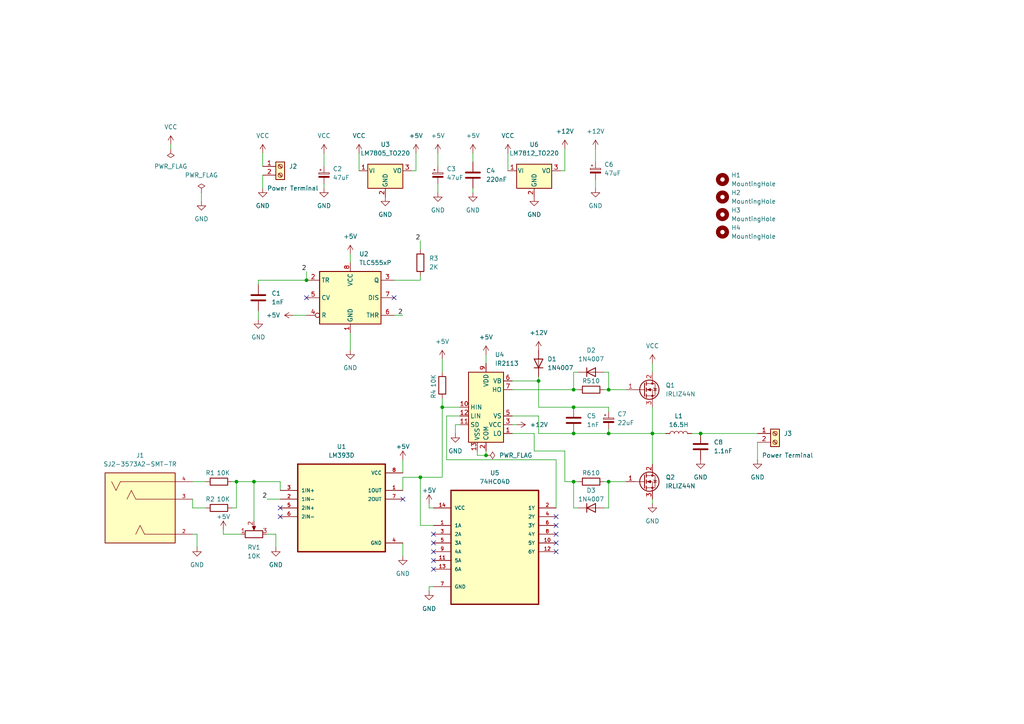
<source format=kicad_sch>
(kicad_sch (version 20230121) (generator eeschema)

  (uuid e49af093-83a5-4532-98a9-f5e8db9c22fc)

  (paper "A4")

  (lib_symbols
    (symbol "Connector:Screw_Terminal_01x02" (pin_names (offset 1.016) hide) (in_bom yes) (on_board yes)
      (property "Reference" "J" (at 0 2.54 0)
        (effects (font (size 1.27 1.27)))
      )
      (property "Value" "Screw_Terminal_01x02" (at 0 -5.08 0)
        (effects (font (size 1.27 1.27)))
      )
      (property "Footprint" "" (at 0 0 0)
        (effects (font (size 1.27 1.27)) hide)
      )
      (property "Datasheet" "~" (at 0 0 0)
        (effects (font (size 1.27 1.27)) hide)
      )
      (property "ki_keywords" "screw terminal" (at 0 0 0)
        (effects (font (size 1.27 1.27)) hide)
      )
      (property "ki_description" "Generic screw terminal, single row, 01x02, script generated (kicad-library-utils/schlib/autogen/connector/)" (at 0 0 0)
        (effects (font (size 1.27 1.27)) hide)
      )
      (property "ki_fp_filters" "TerminalBlock*:*" (at 0 0 0)
        (effects (font (size 1.27 1.27)) hide)
      )
      (symbol "Screw_Terminal_01x02_1_1"
        (rectangle (start -1.27 1.27) (end 1.27 -3.81)
          (stroke (width 0.254) (type default))
          (fill (type background))
        )
        (circle (center 0 -2.54) (radius 0.635)
          (stroke (width 0.1524) (type default))
          (fill (type none))
        )
        (polyline
          (pts
            (xy -0.5334 -2.2098)
            (xy 0.3302 -3.048)
          )
          (stroke (width 0.1524) (type default))
          (fill (type none))
        )
        (polyline
          (pts
            (xy -0.5334 0.3302)
            (xy 0.3302 -0.508)
          )
          (stroke (width 0.1524) (type default))
          (fill (type none))
        )
        (polyline
          (pts
            (xy -0.3556 -2.032)
            (xy 0.508 -2.8702)
          )
          (stroke (width 0.1524) (type default))
          (fill (type none))
        )
        (polyline
          (pts
            (xy -0.3556 0.508)
            (xy 0.508 -0.3302)
          )
          (stroke (width 0.1524) (type default))
          (fill (type none))
        )
        (circle (center 0 0) (radius 0.635)
          (stroke (width 0.1524) (type default))
          (fill (type none))
        )
        (pin passive line (at -5.08 0 0) (length 3.81)
          (name "Pin_1" (effects (font (size 1.27 1.27))))
          (number "1" (effects (font (size 1.27 1.27))))
        )
        (pin passive line (at -5.08 -2.54 0) (length 3.81)
          (name "Pin_2" (effects (font (size 1.27 1.27))))
          (number "2" (effects (font (size 1.27 1.27))))
        )
      )
    )
    (symbol "Custom_Library:74HC04D" (pin_names (offset 1.016)) (in_bom yes) (on_board yes)
      (property "Reference" "U" (at -5.4472 15.2217 0)
        (effects (font (size 1.27 1.27)) (justify left bottom))
      )
      (property "Value" "74HC04D" (at -4.5244 -24.9604 0)
        (effects (font (size 1.27 1.27)) (justify left bottom))
      )
      (property "Footprint" "SOIC127P600X175-14N" (at 0 0 0)
        (effects (font (size 1.27 1.27)) (justify bottom) hide)
      )
      (property "Datasheet" "" (at 0 0 0)
        (effects (font (size 1.27 1.27)) hide)
      )
      (property "SUPPLIER" "NXP" (at 0 0 0)
        (effects (font (size 1.27 1.27)) (justify bottom) hide)
      )
      (property "OC_FARNELL" "-" (at 0 0 0)
        (effects (font (size 1.27 1.27)) (justify bottom) hide)
      )
      (property "OC_NEWARK" "78R6253" (at 0 0 0)
        (effects (font (size 1.27 1.27)) (justify bottom) hide)
      )
      (property "MPN" "74HC04D" (at 0 0 0)
        (effects (font (size 1.27 1.27)) (justify bottom) hide)
      )
      (property "PACKAGE" "SOIC-14" (at 0 0 0)
        (effects (font (size 1.27 1.27)) (justify bottom) hide)
      )
      (symbol "74HC04D_0_0"
        (rectangle (start -12.7 -20.32) (end 12.7 12.7)
          (stroke (width 0.4064) (type default))
          (fill (type background))
        )
        (pin input line (at -17.78 2.54 0) (length 5.08)
          (name "1A" (effects (font (size 1.016 1.016))))
          (number "1" (effects (font (size 1.016 1.016))))
        )
        (pin output line (at 17.78 -2.54 180) (length 5.08)
          (name "5Y" (effects (font (size 1.016 1.016))))
          (number "10" (effects (font (size 1.016 1.016))))
        )
        (pin input line (at -17.78 -7.62 0) (length 5.08)
          (name "5A" (effects (font (size 1.016 1.016))))
          (number "11" (effects (font (size 1.016 1.016))))
        )
        (pin output line (at 17.78 -5.08 180) (length 5.08)
          (name "6Y" (effects (font (size 1.016 1.016))))
          (number "12" (effects (font (size 1.016 1.016))))
        )
        (pin input line (at -17.78 -10.16 0) (length 5.08)
          (name "6A" (effects (font (size 1.016 1.016))))
          (number "13" (effects (font (size 1.016 1.016))))
        )
        (pin power_in line (at -17.78 7.62 0) (length 5.08)
          (name "VCC" (effects (font (size 1.016 1.016))))
          (number "14" (effects (font (size 1.016 1.016))))
        )
        (pin output line (at 17.78 7.62 180) (length 5.08)
          (name "1Y" (effects (font (size 1.016 1.016))))
          (number "2" (effects (font (size 1.016 1.016))))
        )
        (pin input line (at -17.78 0 0) (length 5.08)
          (name "2A" (effects (font (size 1.016 1.016))))
          (number "3" (effects (font (size 1.016 1.016))))
        )
        (pin output line (at 17.78 5.08 180) (length 5.08)
          (name "2Y" (effects (font (size 1.016 1.016))))
          (number "4" (effects (font (size 1.016 1.016))))
        )
        (pin input line (at -17.78 -2.54 0) (length 5.08)
          (name "3A" (effects (font (size 1.016 1.016))))
          (number "5" (effects (font (size 1.016 1.016))))
        )
        (pin output line (at 17.78 2.54 180) (length 5.08)
          (name "3Y" (effects (font (size 1.016 1.016))))
          (number "6" (effects (font (size 1.016 1.016))))
        )
        (pin passive line (at -17.78 -15.24 0) (length 5.08)
          (name "GND" (effects (font (size 1.016 1.016))))
          (number "7" (effects (font (size 1.016 1.016))))
        )
        (pin output line (at 17.78 0 180) (length 5.08)
          (name "4Y" (effects (font (size 1.016 1.016))))
          (number "8" (effects (font (size 1.016 1.016))))
        )
        (pin input line (at -17.78 -5.08 0) (length 5.08)
          (name "4A" (effects (font (size 1.016 1.016))))
          (number "9" (effects (font (size 1.016 1.016))))
        )
      )
    )
    (symbol "Custom_Library:LM393D" (pin_names (offset 1.016)) (in_bom yes) (on_board yes)
      (property "Reference" "U" (at -12.7 13.7 0)
        (effects (font (size 1.27 1.27)) (justify left bottom))
      )
      (property "Value" "LM393D" (at -12.7 -16.7 0)
        (effects (font (size 1.27 1.27)) (justify left bottom))
      )
      (property "Footprint" "SOIC127P599X175-8N" (at 0 0 0)
        (effects (font (size 1.27 1.27)) (justify bottom) hide)
      )
      (property "Datasheet" "" (at 0 0 0)
        (effects (font (size 1.27 1.27)) hide)
      )
      (symbol "LM393D_0_0"
        (rectangle (start -12.7 -12.7) (end 12.7 12.7)
          (stroke (width 0.41) (type default))
          (fill (type background))
        )
        (pin output line (at 17.78 5.08 180) (length 5.08)
          (name "1OUT" (effects (font (size 1.016 1.016))))
          (number "1" (effects (font (size 1.016 1.016))))
        )
        (pin input line (at -17.78 2.54 0) (length 5.08)
          (name "1IN-" (effects (font (size 1.016 1.016))))
          (number "2" (effects (font (size 1.016 1.016))))
        )
        (pin input line (at -17.78 5.08 0) (length 5.08)
          (name "1IN+" (effects (font (size 1.016 1.016))))
          (number "3" (effects (font (size 1.016 1.016))))
        )
        (pin power_in line (at 17.78 -10.16 180) (length 5.08)
          (name "GND" (effects (font (size 1.016 1.016))))
          (number "4" (effects (font (size 1.016 1.016))))
        )
        (pin input line (at -17.78 0 0) (length 5.08)
          (name "2IN+" (effects (font (size 1.016 1.016))))
          (number "5" (effects (font (size 1.016 1.016))))
        )
        (pin input line (at -17.78 -2.54 0) (length 5.08)
          (name "2IN-" (effects (font (size 1.016 1.016))))
          (number "6" (effects (font (size 1.016 1.016))))
        )
        (pin output line (at 17.78 2.54 180) (length 5.08)
          (name "2OUT" (effects (font (size 1.016 1.016))))
          (number "7" (effects (font (size 1.016 1.016))))
        )
        (pin power_in line (at 17.78 10.16 180) (length 5.08)
          (name "VCC" (effects (font (size 1.016 1.016))))
          (number "8" (effects (font (size 1.016 1.016))))
        )
      )
    )
    (symbol "Custom_Library:SJ2-3573A2-SMT-TR" (pin_names (offset 1.016)) (in_bom yes) (on_board yes)
      (property "Reference" "J" (at -10.165 12.7062 0)
        (effects (font (size 1.27 1.27)) (justify left bottom))
      )
      (property "Value" "SJ2-3573A2-SMT-TR" (at -10.1642 -15.2463 0)
        (effects (font (size 1.27 1.27)) (justify left bottom))
      )
      (property "Footprint" "CUI_SJ2-3573A2-SMT-TR" (at 0 0 0)
        (effects (font (size 1.27 1.27)) (justify bottom) hide)
      )
      (property "Datasheet" "" (at 0 0 0)
        (effects (font (size 1.27 1.27)) hide)
      )
      (property "MPN" "SJ2-3573A2-SMT-TR" (at 0 0 0)
        (effects (font (size 1.27 1.27)) (justify bottom) hide)
      )
      (property "STANDARD" "Mnaufacturer recommendation" (at 0 0 0)
        (effects (font (size 1.27 1.27)) (justify bottom) hide)
      )
      (property "PART_REV" "1.01" (at 0 0 0)
        (effects (font (size 1.27 1.27)) (justify bottom) hide)
      )
      (property "MANUFACTURER" "CUI" (at 0 0 0)
        (effects (font (size 1.27 1.27)) (justify bottom) hide)
      )
      (symbol "SJ2-3573A2-SMT-TR_0_0"
        (rectangle (start -10.16 -10.16) (end 10.16 10.16)
          (stroke (width 0.254) (type default))
          (fill (type background))
        )
        (polyline
          (pts
            (xy -6.985 5.08)
            (xy -8.255 7.62)
          )
          (stroke (width 0.1524) (type default))
          (fill (type none))
        )
        (polyline
          (pts
            (xy -5.715 7.62)
            (xy -6.985 5.08)
          )
          (stroke (width 0.1524) (type default))
          (fill (type none))
        )
        (polyline
          (pts
            (xy -2.54 5.08)
            (xy -3.81 2.54)
          )
          (stroke (width 0.1524) (type default))
          (fill (type none))
        )
        (polyline
          (pts
            (xy -1.27 2.54)
            (xy -2.54 5.08)
          )
          (stroke (width 0.1524) (type default))
          (fill (type none))
        )
        (polyline
          (pts
            (xy 0 -5.08)
            (xy -1.27 -7.62)
          )
          (stroke (width 0.1524) (type default))
          (fill (type none))
        )
        (polyline
          (pts
            (xy 1.27 -7.62)
            (xy 0 -5.08)
          )
          (stroke (width 0.1524) (type default))
          (fill (type none))
        )
        (polyline
          (pts
            (xy 10.16 -7.62)
            (xy 1.27 -7.62)
          )
          (stroke (width 0.1524) (type default))
          (fill (type none))
        )
        (polyline
          (pts
            (xy 10.16 2.54)
            (xy -1.27 2.54)
          )
          (stroke (width 0.1524) (type default))
          (fill (type none))
        )
        (polyline
          (pts
            (xy 10.16 7.62)
            (xy -5.715 7.62)
          )
          (stroke (width 0.1524) (type default))
          (fill (type none))
        )
        (pin passive line (at 15.24 -7.62 180) (length 5.08)
          (name "~" (effects (font (size 1.016 1.016))))
          (number "2" (effects (font (size 1.016 1.016))))
        )
        (pin passive line (at 15.24 2.54 180) (length 5.08)
          (name "~" (effects (font (size 1.016 1.016))))
          (number "3" (effects (font (size 1.016 1.016))))
        )
        (pin passive line (at 15.24 7.62 180) (length 5.08)
          (name "~" (effects (font (size 1.016 1.016))))
          (number "4" (effects (font (size 1.016 1.016))))
        )
      )
    )
    (symbol "Device:C" (pin_numbers hide) (pin_names (offset 0.254)) (in_bom yes) (on_board yes)
      (property "Reference" "C" (at 0.635 2.54 0)
        (effects (font (size 1.27 1.27)) (justify left))
      )
      (property "Value" "C" (at 0.635 -2.54 0)
        (effects (font (size 1.27 1.27)) (justify left))
      )
      (property "Footprint" "" (at 0.9652 -3.81 0)
        (effects (font (size 1.27 1.27)) hide)
      )
      (property "Datasheet" "~" (at 0 0 0)
        (effects (font (size 1.27 1.27)) hide)
      )
      (property "ki_keywords" "cap capacitor" (at 0 0 0)
        (effects (font (size 1.27 1.27)) hide)
      )
      (property "ki_description" "Unpolarized capacitor" (at 0 0 0)
        (effects (font (size 1.27 1.27)) hide)
      )
      (property "ki_fp_filters" "C_*" (at 0 0 0)
        (effects (font (size 1.27 1.27)) hide)
      )
      (symbol "C_0_1"
        (polyline
          (pts
            (xy -2.032 -0.762)
            (xy 2.032 -0.762)
          )
          (stroke (width 0.508) (type default))
          (fill (type none))
        )
        (polyline
          (pts
            (xy -2.032 0.762)
            (xy 2.032 0.762)
          )
          (stroke (width 0.508) (type default))
          (fill (type none))
        )
      )
      (symbol "C_1_1"
        (pin passive line (at 0 3.81 270) (length 2.794)
          (name "~" (effects (font (size 1.27 1.27))))
          (number "1" (effects (font (size 1.27 1.27))))
        )
        (pin passive line (at 0 -3.81 90) (length 2.794)
          (name "~" (effects (font (size 1.27 1.27))))
          (number "2" (effects (font (size 1.27 1.27))))
        )
      )
    )
    (symbol "Device:C_Polarized_Small" (pin_numbers hide) (pin_names (offset 0.254) hide) (in_bom yes) (on_board yes)
      (property "Reference" "C" (at 0.254 1.778 0)
        (effects (font (size 1.27 1.27)) (justify left))
      )
      (property "Value" "C_Polarized_Small" (at 0.254 -2.032 0)
        (effects (font (size 1.27 1.27)) (justify left))
      )
      (property "Footprint" "" (at 0 0 0)
        (effects (font (size 1.27 1.27)) hide)
      )
      (property "Datasheet" "~" (at 0 0 0)
        (effects (font (size 1.27 1.27)) hide)
      )
      (property "ki_keywords" "cap capacitor" (at 0 0 0)
        (effects (font (size 1.27 1.27)) hide)
      )
      (property "ki_description" "Polarized capacitor, small symbol" (at 0 0 0)
        (effects (font (size 1.27 1.27)) hide)
      )
      (property "ki_fp_filters" "CP_*" (at 0 0 0)
        (effects (font (size 1.27 1.27)) hide)
      )
      (symbol "C_Polarized_Small_0_1"
        (rectangle (start -1.524 -0.3048) (end 1.524 -0.6858)
          (stroke (width 0) (type default))
          (fill (type outline))
        )
        (rectangle (start -1.524 0.6858) (end 1.524 0.3048)
          (stroke (width 0) (type default))
          (fill (type none))
        )
        (polyline
          (pts
            (xy -1.27 1.524)
            (xy -0.762 1.524)
          )
          (stroke (width 0) (type default))
          (fill (type none))
        )
        (polyline
          (pts
            (xy -1.016 1.27)
            (xy -1.016 1.778)
          )
          (stroke (width 0) (type default))
          (fill (type none))
        )
      )
      (symbol "C_Polarized_Small_1_1"
        (pin passive line (at 0 2.54 270) (length 1.8542)
          (name "~" (effects (font (size 1.27 1.27))))
          (number "1" (effects (font (size 1.27 1.27))))
        )
        (pin passive line (at 0 -2.54 90) (length 1.8542)
          (name "~" (effects (font (size 1.27 1.27))))
          (number "2" (effects (font (size 1.27 1.27))))
        )
      )
    )
    (symbol "Device:L" (pin_numbers hide) (pin_names (offset 1.016) hide) (in_bom yes) (on_board yes)
      (property "Reference" "L" (at -1.27 0 90)
        (effects (font (size 1.27 1.27)))
      )
      (property "Value" "L" (at 1.905 0 90)
        (effects (font (size 1.27 1.27)))
      )
      (property "Footprint" "" (at 0 0 0)
        (effects (font (size 1.27 1.27)) hide)
      )
      (property "Datasheet" "~" (at 0 0 0)
        (effects (font (size 1.27 1.27)) hide)
      )
      (property "ki_keywords" "inductor choke coil reactor magnetic" (at 0 0 0)
        (effects (font (size 1.27 1.27)) hide)
      )
      (property "ki_description" "Inductor" (at 0 0 0)
        (effects (font (size 1.27 1.27)) hide)
      )
      (property "ki_fp_filters" "Choke_* *Coil* Inductor_* L_*" (at 0 0 0)
        (effects (font (size 1.27 1.27)) hide)
      )
      (symbol "L_0_1"
        (arc (start 0 -2.54) (mid 0.6323 -1.905) (end 0 -1.27)
          (stroke (width 0) (type default))
          (fill (type none))
        )
        (arc (start 0 -1.27) (mid 0.6323 -0.635) (end 0 0)
          (stroke (width 0) (type default))
          (fill (type none))
        )
        (arc (start 0 0) (mid 0.6323 0.635) (end 0 1.27)
          (stroke (width 0) (type default))
          (fill (type none))
        )
        (arc (start 0 1.27) (mid 0.6323 1.905) (end 0 2.54)
          (stroke (width 0) (type default))
          (fill (type none))
        )
      )
      (symbol "L_1_1"
        (pin passive line (at 0 3.81 270) (length 1.27)
          (name "1" (effects (font (size 1.27 1.27))))
          (number "1" (effects (font (size 1.27 1.27))))
        )
        (pin passive line (at 0 -3.81 90) (length 1.27)
          (name "2" (effects (font (size 1.27 1.27))))
          (number "2" (effects (font (size 1.27 1.27))))
        )
      )
    )
    (symbol "Device:R" (pin_numbers hide) (pin_names (offset 0)) (in_bom yes) (on_board yes)
      (property "Reference" "R" (at 2.032 0 90)
        (effects (font (size 1.27 1.27)))
      )
      (property "Value" "R" (at 0 0 90)
        (effects (font (size 1.27 1.27)))
      )
      (property "Footprint" "" (at -1.778 0 90)
        (effects (font (size 1.27 1.27)) hide)
      )
      (property "Datasheet" "~" (at 0 0 0)
        (effects (font (size 1.27 1.27)) hide)
      )
      (property "ki_keywords" "R res resistor" (at 0 0 0)
        (effects (font (size 1.27 1.27)) hide)
      )
      (property "ki_description" "Resistor" (at 0 0 0)
        (effects (font (size 1.27 1.27)) hide)
      )
      (property "ki_fp_filters" "R_*" (at 0 0 0)
        (effects (font (size 1.27 1.27)) hide)
      )
      (symbol "R_0_1"
        (rectangle (start -1.016 -2.54) (end 1.016 2.54)
          (stroke (width 0.254) (type default))
          (fill (type none))
        )
      )
      (symbol "R_1_1"
        (pin passive line (at 0 3.81 270) (length 1.27)
          (name "~" (effects (font (size 1.27 1.27))))
          (number "1" (effects (font (size 1.27 1.27))))
        )
        (pin passive line (at 0 -3.81 90) (length 1.27)
          (name "~" (effects (font (size 1.27 1.27))))
          (number "2" (effects (font (size 1.27 1.27))))
        )
      )
    )
    (symbol "Device:R_Potentiometer" (pin_names (offset 1.016) hide) (in_bom yes) (on_board yes)
      (property "Reference" "RV" (at -4.445 0 90)
        (effects (font (size 1.27 1.27)))
      )
      (property "Value" "R_Potentiometer" (at -2.54 0 90)
        (effects (font (size 1.27 1.27)))
      )
      (property "Footprint" "" (at 0 0 0)
        (effects (font (size 1.27 1.27)) hide)
      )
      (property "Datasheet" "~" (at 0 0 0)
        (effects (font (size 1.27 1.27)) hide)
      )
      (property "ki_keywords" "resistor variable" (at 0 0 0)
        (effects (font (size 1.27 1.27)) hide)
      )
      (property "ki_description" "Potentiometer" (at 0 0 0)
        (effects (font (size 1.27 1.27)) hide)
      )
      (property "ki_fp_filters" "Potentiometer*" (at 0 0 0)
        (effects (font (size 1.27 1.27)) hide)
      )
      (symbol "R_Potentiometer_0_1"
        (polyline
          (pts
            (xy 2.54 0)
            (xy 1.524 0)
          )
          (stroke (width 0) (type default))
          (fill (type none))
        )
        (polyline
          (pts
            (xy 1.143 0)
            (xy 2.286 0.508)
            (xy 2.286 -0.508)
            (xy 1.143 0)
          )
          (stroke (width 0) (type default))
          (fill (type outline))
        )
        (rectangle (start 1.016 2.54) (end -1.016 -2.54)
          (stroke (width 0.254) (type default))
          (fill (type none))
        )
      )
      (symbol "R_Potentiometer_1_1"
        (pin passive line (at 0 3.81 270) (length 1.27)
          (name "1" (effects (font (size 1.27 1.27))))
          (number "1" (effects (font (size 1.27 1.27))))
        )
        (pin passive line (at 3.81 0 180) (length 1.27)
          (name "2" (effects (font (size 1.27 1.27))))
          (number "2" (effects (font (size 1.27 1.27))))
        )
        (pin passive line (at 0 -3.81 90) (length 1.27)
          (name "3" (effects (font (size 1.27 1.27))))
          (number "3" (effects (font (size 1.27 1.27))))
        )
      )
    )
    (symbol "Diode:1N4007" (pin_numbers hide) (pin_names hide) (in_bom yes) (on_board yes)
      (property "Reference" "D" (at 0 2.54 0)
        (effects (font (size 1.27 1.27)))
      )
      (property "Value" "1N4007" (at 0 -2.54 0)
        (effects (font (size 1.27 1.27)))
      )
      (property "Footprint" "Diode_THT:D_DO-41_SOD81_P10.16mm_Horizontal" (at 0 -4.445 0)
        (effects (font (size 1.27 1.27)) hide)
      )
      (property "Datasheet" "http://www.vishay.com/docs/88503/1n4001.pdf" (at 0 0 0)
        (effects (font (size 1.27 1.27)) hide)
      )
      (property "Sim.Device" "D" (at 0 0 0)
        (effects (font (size 1.27 1.27)) hide)
      )
      (property "Sim.Pins" "1=K 2=A" (at 0 0 0)
        (effects (font (size 1.27 1.27)) hide)
      )
      (property "ki_keywords" "diode" (at 0 0 0)
        (effects (font (size 1.27 1.27)) hide)
      )
      (property "ki_description" "1000V 1A General Purpose Rectifier Diode, DO-41" (at 0 0 0)
        (effects (font (size 1.27 1.27)) hide)
      )
      (property "ki_fp_filters" "D*DO?41*" (at 0 0 0)
        (effects (font (size 1.27 1.27)) hide)
      )
      (symbol "1N4007_0_1"
        (polyline
          (pts
            (xy -1.27 1.27)
            (xy -1.27 -1.27)
          )
          (stroke (width 0.254) (type default))
          (fill (type none))
        )
        (polyline
          (pts
            (xy 1.27 0)
            (xy -1.27 0)
          )
          (stroke (width 0) (type default))
          (fill (type none))
        )
        (polyline
          (pts
            (xy 1.27 1.27)
            (xy 1.27 -1.27)
            (xy -1.27 0)
            (xy 1.27 1.27)
          )
          (stroke (width 0.254) (type default))
          (fill (type none))
        )
      )
      (symbol "1N4007_1_1"
        (pin passive line (at -3.81 0 0) (length 2.54)
          (name "K" (effects (font (size 1.27 1.27))))
          (number "1" (effects (font (size 1.27 1.27))))
        )
        (pin passive line (at 3.81 0 180) (length 2.54)
          (name "A" (effects (font (size 1.27 1.27))))
          (number "2" (effects (font (size 1.27 1.27))))
        )
      )
    )
    (symbol "Driver_FET:IR2113" (in_bom yes) (on_board yes)
      (property "Reference" "U" (at 1.27 13.335 0)
        (effects (font (size 1.27 1.27)) (justify left))
      )
      (property "Value" "IR2113" (at 1.27 11.43 0)
        (effects (font (size 1.27 1.27)) (justify left))
      )
      (property "Footprint" "Package_DIP:DIP-14_W7.62mm" (at 0 0 0)
        (effects (font (size 1.27 1.27) italic) hide)
      )
      (property "Datasheet" "https://www.infineon.com/dgdl/ir2110.pdf?fileId=5546d462533600a4015355c80333167e" (at 0 0 0)
        (effects (font (size 1.27 1.27)) hide)
      )
      (property "ki_keywords" "Gate Driver" (at 0 0 0)
        (effects (font (size 1.27 1.27)) hide)
      )
      (property "ki_description" "High and Low Side Driver, 600V, 2.0/2.0A, PDIP-14" (at 0 0 0)
        (effects (font (size 1.27 1.27)) hide)
      )
      (property "ki_fp_filters" "DIP*W7.62mm*" (at 0 0 0)
        (effects (font (size 1.27 1.27)) hide)
      )
      (symbol "IR2113_0_1"
        (rectangle (start -5.08 -10.16) (end 5.08 10.16)
          (stroke (width 0.254) (type default))
          (fill (type background))
        )
      )
      (symbol "IR2113_1_1"
        (pin output line (at 7.62 -7.62 180) (length 2.54)
          (name "LO" (effects (font (size 1.27 1.27))))
          (number "1" (effects (font (size 1.27 1.27))))
        )
        (pin input line (at -7.62 0 0) (length 2.54)
          (name "HIN" (effects (font (size 1.27 1.27))))
          (number "10" (effects (font (size 1.27 1.27))))
        )
        (pin input line (at -7.62 -5.08 0) (length 2.54)
          (name "SD" (effects (font (size 1.27 1.27))))
          (number "11" (effects (font (size 1.27 1.27))))
        )
        (pin input line (at -7.62 -2.54 0) (length 2.54)
          (name "LIN" (effects (font (size 1.27 1.27))))
          (number "12" (effects (font (size 1.27 1.27))))
        )
        (pin power_in line (at -2.54 -12.7 90) (length 2.54)
          (name "VSS" (effects (font (size 1.27 1.27))))
          (number "13" (effects (font (size 1.27 1.27))))
        )
        (pin no_connect line (at -5.08 2.54 0) (length 2.54) hide
          (name "NC" (effects (font (size 1.27 1.27))))
          (number "14" (effects (font (size 1.27 1.27))))
        )
        (pin power_in line (at 0 -12.7 90) (length 2.54)
          (name "COM" (effects (font (size 1.27 1.27))))
          (number "2" (effects (font (size 1.27 1.27))))
        )
        (pin power_in line (at 7.62 -5.08 180) (length 2.54)
          (name "VCC" (effects (font (size 1.27 1.27))))
          (number "3" (effects (font (size 1.27 1.27))))
        )
        (pin no_connect line (at -5.08 7.62 0) (length 2.54) hide
          (name "NC" (effects (font (size 1.27 1.27))))
          (number "4" (effects (font (size 1.27 1.27))))
        )
        (pin passive line (at 7.62 -2.54 180) (length 2.54)
          (name "VS" (effects (font (size 1.27 1.27))))
          (number "5" (effects (font (size 1.27 1.27))))
        )
        (pin passive line (at 7.62 7.62 180) (length 2.54)
          (name "VB" (effects (font (size 1.27 1.27))))
          (number "6" (effects (font (size 1.27 1.27))))
        )
        (pin output line (at 7.62 5.08 180) (length 2.54)
          (name "HO" (effects (font (size 1.27 1.27))))
          (number "7" (effects (font (size 1.27 1.27))))
        )
        (pin no_connect line (at -5.08 5.08 0) (length 2.54) hide
          (name "NC" (effects (font (size 1.27 1.27))))
          (number "8" (effects (font (size 1.27 1.27))))
        )
        (pin power_in line (at 0 12.7 270) (length 2.54)
          (name "VDD" (effects (font (size 1.27 1.27))))
          (number "9" (effects (font (size 1.27 1.27))))
        )
      )
    )
    (symbol "Mechanical:MountingHole" (pin_names (offset 1.016)) (in_bom yes) (on_board yes)
      (property "Reference" "H" (at 0 5.08 0)
        (effects (font (size 1.27 1.27)))
      )
      (property "Value" "MountingHole" (at 0 3.175 0)
        (effects (font (size 1.27 1.27)))
      )
      (property "Footprint" "" (at 0 0 0)
        (effects (font (size 1.27 1.27)) hide)
      )
      (property "Datasheet" "~" (at 0 0 0)
        (effects (font (size 1.27 1.27)) hide)
      )
      (property "ki_keywords" "mounting hole" (at 0 0 0)
        (effects (font (size 1.27 1.27)) hide)
      )
      (property "ki_description" "Mounting Hole without connection" (at 0 0 0)
        (effects (font (size 1.27 1.27)) hide)
      )
      (property "ki_fp_filters" "MountingHole*" (at 0 0 0)
        (effects (font (size 1.27 1.27)) hide)
      )
      (symbol "MountingHole_0_1"
        (circle (center 0 0) (radius 1.27)
          (stroke (width 1.27) (type default))
          (fill (type none))
        )
      )
    )
    (symbol "Regulator_Linear:LM7805_TO220" (pin_names (offset 0.254)) (in_bom yes) (on_board yes)
      (property "Reference" "U" (at -3.81 3.175 0)
        (effects (font (size 1.27 1.27)))
      )
      (property "Value" "LM7805_TO220" (at 0 3.175 0)
        (effects (font (size 1.27 1.27)) (justify left))
      )
      (property "Footprint" "Package_TO_SOT_THT:TO-220-3_Vertical" (at 0 5.715 0)
        (effects (font (size 1.27 1.27) italic) hide)
      )
      (property "Datasheet" "https://www.onsemi.cn/PowerSolutions/document/MC7800-D.PDF" (at 0 -1.27 0)
        (effects (font (size 1.27 1.27)) hide)
      )
      (property "ki_keywords" "Voltage Regulator 1A Positive" (at 0 0 0)
        (effects (font (size 1.27 1.27)) hide)
      )
      (property "ki_description" "Positive 1A 35V Linear Regulator, Fixed Output 5V, TO-220" (at 0 0 0)
        (effects (font (size 1.27 1.27)) hide)
      )
      (property "ki_fp_filters" "TO?220*" (at 0 0 0)
        (effects (font (size 1.27 1.27)) hide)
      )
      (symbol "LM7805_TO220_0_1"
        (rectangle (start -5.08 1.905) (end 5.08 -5.08)
          (stroke (width 0.254) (type default))
          (fill (type background))
        )
      )
      (symbol "LM7805_TO220_1_1"
        (pin power_in line (at -7.62 0 0) (length 2.54)
          (name "VI" (effects (font (size 1.27 1.27))))
          (number "1" (effects (font (size 1.27 1.27))))
        )
        (pin power_in line (at 0 -7.62 90) (length 2.54)
          (name "GND" (effects (font (size 1.27 1.27))))
          (number "2" (effects (font (size 1.27 1.27))))
        )
        (pin power_out line (at 7.62 0 180) (length 2.54)
          (name "VO" (effects (font (size 1.27 1.27))))
          (number "3" (effects (font (size 1.27 1.27))))
        )
      )
    )
    (symbol "Regulator_Linear:LM7812_TO220" (pin_names (offset 0.254)) (in_bom yes) (on_board yes)
      (property "Reference" "U" (at -3.81 3.175 0)
        (effects (font (size 1.27 1.27)))
      )
      (property "Value" "LM7812_TO220" (at 0 3.175 0)
        (effects (font (size 1.27 1.27)) (justify left))
      )
      (property "Footprint" "Package_TO_SOT_THT:TO-220-3_Vertical" (at 0 5.715 0)
        (effects (font (size 1.27 1.27) italic) hide)
      )
      (property "Datasheet" "https://www.onsemi.cn/PowerSolutions/document/MC7800-D.PDF" (at 0 -1.27 0)
        (effects (font (size 1.27 1.27)) hide)
      )
      (property "ki_keywords" "Voltage Regulator 1A Positive" (at 0 0 0)
        (effects (font (size 1.27 1.27)) hide)
      )
      (property "ki_description" "Positive 1A 35V Linear Regulator, Fixed Output 12V, TO-220" (at 0 0 0)
        (effects (font (size 1.27 1.27)) hide)
      )
      (property "ki_fp_filters" "TO?220*" (at 0 0 0)
        (effects (font (size 1.27 1.27)) hide)
      )
      (symbol "LM7812_TO220_0_1"
        (rectangle (start -5.08 1.905) (end 5.08 -5.08)
          (stroke (width 0.254) (type default))
          (fill (type background))
        )
      )
      (symbol "LM7812_TO220_1_1"
        (pin power_in line (at -7.62 0 0) (length 2.54)
          (name "VI" (effects (font (size 1.27 1.27))))
          (number "1" (effects (font (size 1.27 1.27))))
        )
        (pin power_in line (at 0 -7.62 90) (length 2.54)
          (name "GND" (effects (font (size 1.27 1.27))))
          (number "2" (effects (font (size 1.27 1.27))))
        )
        (pin power_out line (at 7.62 0 180) (length 2.54)
          (name "VO" (effects (font (size 1.27 1.27))))
          (number "3" (effects (font (size 1.27 1.27))))
        )
      )
    )
    (symbol "Timer:TLC555xP" (in_bom yes) (on_board yes)
      (property "Reference" "U" (at -10.16 8.89 0)
        (effects (font (size 1.27 1.27)) (justify left))
      )
      (property "Value" "TLC555xP" (at 2.54 8.89 0)
        (effects (font (size 1.27 1.27)) (justify left))
      )
      (property "Footprint" "Package_DIP:DIP-8_W7.62mm" (at 16.51 -10.16 0)
        (effects (font (size 1.27 1.27)) hide)
      )
      (property "Datasheet" "http://www.ti.com/lit/ds/symlink/tlc555.pdf" (at 21.59 -10.16 0)
        (effects (font (size 1.27 1.27)) hide)
      )
      (property "ki_keywords" "single timer 555" (at 0 0 0)
        (effects (font (size 1.27 1.27)) hide)
      )
      (property "ki_description" "Single LinCMOS Timer, 555 compatible, PDIP-8" (at 0 0 0)
        (effects (font (size 1.27 1.27)) hide)
      )
      (property "ki_fp_filters" "DIP*W7.62mm*" (at 0 0 0)
        (effects (font (size 1.27 1.27)) hide)
      )
      (symbol "TLC555xP_0_0"
        (pin power_in line (at 0 -10.16 90) (length 2.54)
          (name "GND" (effects (font (size 1.27 1.27))))
          (number "1" (effects (font (size 1.27 1.27))))
        )
        (pin power_in line (at 0 10.16 270) (length 2.54)
          (name "VCC" (effects (font (size 1.27 1.27))))
          (number "8" (effects (font (size 1.27 1.27))))
        )
      )
      (symbol "TLC555xP_0_1"
        (rectangle (start -8.89 -7.62) (end 8.89 7.62)
          (stroke (width 0.254) (type default))
          (fill (type background))
        )
        (rectangle (start -8.89 -7.62) (end 8.89 7.62)
          (stroke (width 0.254) (type default))
          (fill (type background))
        )
      )
      (symbol "TLC555xP_1_1"
        (pin input line (at -12.7 5.08 0) (length 3.81)
          (name "TR" (effects (font (size 1.27 1.27))))
          (number "2" (effects (font (size 1.27 1.27))))
        )
        (pin output line (at 12.7 5.08 180) (length 3.81)
          (name "Q" (effects (font (size 1.27 1.27))))
          (number "3" (effects (font (size 1.27 1.27))))
        )
        (pin input inverted (at -12.7 -5.08 0) (length 3.81)
          (name "R" (effects (font (size 1.27 1.27))))
          (number "4" (effects (font (size 1.27 1.27))))
        )
        (pin input line (at -12.7 0 0) (length 3.81)
          (name "CV" (effects (font (size 1.27 1.27))))
          (number "5" (effects (font (size 1.27 1.27))))
        )
        (pin input line (at 12.7 -5.08 180) (length 3.81)
          (name "THR" (effects (font (size 1.27 1.27))))
          (number "6" (effects (font (size 1.27 1.27))))
        )
        (pin input line (at 12.7 0 180) (length 3.81)
          (name "DIS" (effects (font (size 1.27 1.27))))
          (number "7" (effects (font (size 1.27 1.27))))
        )
      )
    )
    (symbol "Transistor_FET:IRLIZ44N" (pin_names hide) (in_bom yes) (on_board yes)
      (property "Reference" "Q" (at 6.35 1.905 0)
        (effects (font (size 1.27 1.27)) (justify left))
      )
      (property "Value" "IRLIZ44N" (at 6.35 0 0)
        (effects (font (size 1.27 1.27)) (justify left))
      )
      (property "Footprint" "Package_TO_SOT_THT:TO-220F-3_Vertical" (at 6.35 -1.905 0)
        (effects (font (size 1.27 1.27) italic) (justify left) hide)
      )
      (property "Datasheet" "http://www.irf.com/product-info/datasheets/data/irliz44n.pdf" (at 0 0 0)
        (effects (font (size 1.27 1.27)) (justify left) hide)
      )
      (property "ki_keywords" "N-Channel HEXFET MOSFET Logic-Level" (at 0 0 0)
        (effects (font (size 1.27 1.27)) hide)
      )
      (property "ki_description" "30A Id, 55V Vds, 22mOhm Rds, N-Channel HEXFET Power MOSFET, TO-220AB" (at 0 0 0)
        (effects (font (size 1.27 1.27)) hide)
      )
      (property "ki_fp_filters" "TO?220F*" (at 0 0 0)
        (effects (font (size 1.27 1.27)) hide)
      )
      (symbol "IRLIZ44N_0_1"
        (polyline
          (pts
            (xy 0.254 0)
            (xy -2.54 0)
          )
          (stroke (width 0) (type default))
          (fill (type none))
        )
        (polyline
          (pts
            (xy 0.254 1.905)
            (xy 0.254 -1.905)
          )
          (stroke (width 0.254) (type default))
          (fill (type none))
        )
        (polyline
          (pts
            (xy 0.762 -1.27)
            (xy 0.762 -2.286)
          )
          (stroke (width 0.254) (type default))
          (fill (type none))
        )
        (polyline
          (pts
            (xy 0.762 0.508)
            (xy 0.762 -0.508)
          )
          (stroke (width 0.254) (type default))
          (fill (type none))
        )
        (polyline
          (pts
            (xy 0.762 2.286)
            (xy 0.762 1.27)
          )
          (stroke (width 0.254) (type default))
          (fill (type none))
        )
        (polyline
          (pts
            (xy 2.54 2.54)
            (xy 2.54 1.778)
          )
          (stroke (width 0) (type default))
          (fill (type none))
        )
        (polyline
          (pts
            (xy 2.54 -2.54)
            (xy 2.54 0)
            (xy 0.762 0)
          )
          (stroke (width 0) (type default))
          (fill (type none))
        )
        (polyline
          (pts
            (xy 0.762 -1.778)
            (xy 3.302 -1.778)
            (xy 3.302 1.778)
            (xy 0.762 1.778)
          )
          (stroke (width 0) (type default))
          (fill (type none))
        )
        (polyline
          (pts
            (xy 1.016 0)
            (xy 2.032 0.381)
            (xy 2.032 -0.381)
            (xy 1.016 0)
          )
          (stroke (width 0) (type default))
          (fill (type outline))
        )
        (polyline
          (pts
            (xy 2.794 0.508)
            (xy 2.921 0.381)
            (xy 3.683 0.381)
            (xy 3.81 0.254)
          )
          (stroke (width 0) (type default))
          (fill (type none))
        )
        (polyline
          (pts
            (xy 3.302 0.381)
            (xy 2.921 -0.254)
            (xy 3.683 -0.254)
            (xy 3.302 0.381)
          )
          (stroke (width 0) (type default))
          (fill (type none))
        )
        (circle (center 1.651 0) (radius 2.794)
          (stroke (width 0.254) (type default))
          (fill (type none))
        )
        (circle (center 2.54 -1.778) (radius 0.254)
          (stroke (width 0) (type default))
          (fill (type outline))
        )
        (circle (center 2.54 1.778) (radius 0.254)
          (stroke (width 0) (type default))
          (fill (type outline))
        )
      )
      (symbol "IRLIZ44N_1_1"
        (pin input line (at -5.08 0 0) (length 2.54)
          (name "G" (effects (font (size 1.27 1.27))))
          (number "1" (effects (font (size 1.27 1.27))))
        )
        (pin passive line (at 2.54 5.08 270) (length 2.54)
          (name "D" (effects (font (size 1.27 1.27))))
          (number "2" (effects (font (size 1.27 1.27))))
        )
        (pin passive line (at 2.54 -5.08 90) (length 2.54)
          (name "S" (effects (font (size 1.27 1.27))))
          (number "3" (effects (font (size 1.27 1.27))))
        )
      )
    )
    (symbol "power:+12V" (power) (pin_names (offset 0)) (in_bom yes) (on_board yes)
      (property "Reference" "#PWR" (at 0 -3.81 0)
        (effects (font (size 1.27 1.27)) hide)
      )
      (property "Value" "+12V" (at 0 3.556 0)
        (effects (font (size 1.27 1.27)))
      )
      (property "Footprint" "" (at 0 0 0)
        (effects (font (size 1.27 1.27)) hide)
      )
      (property "Datasheet" "" (at 0 0 0)
        (effects (font (size 1.27 1.27)) hide)
      )
      (property "ki_keywords" "global power" (at 0 0 0)
        (effects (font (size 1.27 1.27)) hide)
      )
      (property "ki_description" "Power symbol creates a global label with name \"+12V\"" (at 0 0 0)
        (effects (font (size 1.27 1.27)) hide)
      )
      (symbol "+12V_0_1"
        (polyline
          (pts
            (xy -0.762 1.27)
            (xy 0 2.54)
          )
          (stroke (width 0) (type default))
          (fill (type none))
        )
        (polyline
          (pts
            (xy 0 0)
            (xy 0 2.54)
          )
          (stroke (width 0) (type default))
          (fill (type none))
        )
        (polyline
          (pts
            (xy 0 2.54)
            (xy 0.762 1.27)
          )
          (stroke (width 0) (type default))
          (fill (type none))
        )
      )
      (symbol "+12V_1_1"
        (pin power_in line (at 0 0 90) (length 0) hide
          (name "+12V" (effects (font (size 1.27 1.27))))
          (number "1" (effects (font (size 1.27 1.27))))
        )
      )
    )
    (symbol "power:+5V" (power) (pin_names (offset 0)) (in_bom yes) (on_board yes)
      (property "Reference" "#PWR" (at 0 -3.81 0)
        (effects (font (size 1.27 1.27)) hide)
      )
      (property "Value" "+5V" (at 0 3.556 0)
        (effects (font (size 1.27 1.27)))
      )
      (property "Footprint" "" (at 0 0 0)
        (effects (font (size 1.27 1.27)) hide)
      )
      (property "Datasheet" "" (at 0 0 0)
        (effects (font (size 1.27 1.27)) hide)
      )
      (property "ki_keywords" "global power" (at 0 0 0)
        (effects (font (size 1.27 1.27)) hide)
      )
      (property "ki_description" "Power symbol creates a global label with name \"+5V\"" (at 0 0 0)
        (effects (font (size 1.27 1.27)) hide)
      )
      (symbol "+5V_0_1"
        (polyline
          (pts
            (xy -0.762 1.27)
            (xy 0 2.54)
          )
          (stroke (width 0) (type default))
          (fill (type none))
        )
        (polyline
          (pts
            (xy 0 0)
            (xy 0 2.54)
          )
          (stroke (width 0) (type default))
          (fill (type none))
        )
        (polyline
          (pts
            (xy 0 2.54)
            (xy 0.762 1.27)
          )
          (stroke (width 0) (type default))
          (fill (type none))
        )
      )
      (symbol "+5V_1_1"
        (pin power_in line (at 0 0 90) (length 0) hide
          (name "+5V" (effects (font (size 1.27 1.27))))
          (number "1" (effects (font (size 1.27 1.27))))
        )
      )
    )
    (symbol "power:GND" (power) (pin_names (offset 0)) (in_bom yes) (on_board yes)
      (property "Reference" "#PWR" (at 0 -6.35 0)
        (effects (font (size 1.27 1.27)) hide)
      )
      (property "Value" "GND" (at 0 -3.81 0)
        (effects (font (size 1.27 1.27)))
      )
      (property "Footprint" "" (at 0 0 0)
        (effects (font (size 1.27 1.27)) hide)
      )
      (property "Datasheet" "" (at 0 0 0)
        (effects (font (size 1.27 1.27)) hide)
      )
      (property "ki_keywords" "global power" (at 0 0 0)
        (effects (font (size 1.27 1.27)) hide)
      )
      (property "ki_description" "Power symbol creates a global label with name \"GND\" , ground" (at 0 0 0)
        (effects (font (size 1.27 1.27)) hide)
      )
      (symbol "GND_0_1"
        (polyline
          (pts
            (xy 0 0)
            (xy 0 -1.27)
            (xy 1.27 -1.27)
            (xy 0 -2.54)
            (xy -1.27 -1.27)
            (xy 0 -1.27)
          )
          (stroke (width 0) (type default))
          (fill (type none))
        )
      )
      (symbol "GND_1_1"
        (pin power_in line (at 0 0 270) (length 0) hide
          (name "GND" (effects (font (size 1.27 1.27))))
          (number "1" (effects (font (size 1.27 1.27))))
        )
      )
    )
    (symbol "power:PWR_FLAG" (power) (pin_numbers hide) (pin_names (offset 0) hide) (in_bom yes) (on_board yes)
      (property "Reference" "#FLG" (at 0 1.905 0)
        (effects (font (size 1.27 1.27)) hide)
      )
      (property "Value" "PWR_FLAG" (at 0 3.81 0)
        (effects (font (size 1.27 1.27)))
      )
      (property "Footprint" "" (at 0 0 0)
        (effects (font (size 1.27 1.27)) hide)
      )
      (property "Datasheet" "~" (at 0 0 0)
        (effects (font (size 1.27 1.27)) hide)
      )
      (property "ki_keywords" "flag power" (at 0 0 0)
        (effects (font (size 1.27 1.27)) hide)
      )
      (property "ki_description" "Special symbol for telling ERC where power comes from" (at 0 0 0)
        (effects (font (size 1.27 1.27)) hide)
      )
      (symbol "PWR_FLAG_0_0"
        (pin power_out line (at 0 0 90) (length 0)
          (name "pwr" (effects (font (size 1.27 1.27))))
          (number "1" (effects (font (size 1.27 1.27))))
        )
      )
      (symbol "PWR_FLAG_0_1"
        (polyline
          (pts
            (xy 0 0)
            (xy 0 1.27)
            (xy -1.016 1.905)
            (xy 0 2.54)
            (xy 1.016 1.905)
            (xy 0 1.27)
          )
          (stroke (width 0) (type default))
          (fill (type none))
        )
      )
    )
    (symbol "power:VCC" (power) (pin_names (offset 0)) (in_bom yes) (on_board yes)
      (property "Reference" "#PWR" (at 0 -3.81 0)
        (effects (font (size 1.27 1.27)) hide)
      )
      (property "Value" "VCC" (at 0 3.81 0)
        (effects (font (size 1.27 1.27)))
      )
      (property "Footprint" "" (at 0 0 0)
        (effects (font (size 1.27 1.27)) hide)
      )
      (property "Datasheet" "" (at 0 0 0)
        (effects (font (size 1.27 1.27)) hide)
      )
      (property "ki_keywords" "global power" (at 0 0 0)
        (effects (font (size 1.27 1.27)) hide)
      )
      (property "ki_description" "Power symbol creates a global label with name \"VCC\"" (at 0 0 0)
        (effects (font (size 1.27 1.27)) hide)
      )
      (symbol "VCC_0_1"
        (polyline
          (pts
            (xy -0.762 1.27)
            (xy 0 2.54)
          )
          (stroke (width 0) (type default))
          (fill (type none))
        )
        (polyline
          (pts
            (xy 0 0)
            (xy 0 2.54)
          )
          (stroke (width 0) (type default))
          (fill (type none))
        )
        (polyline
          (pts
            (xy 0 2.54)
            (xy 0.762 1.27)
          )
          (stroke (width 0) (type default))
          (fill (type none))
        )
      )
      (symbol "VCC_1_1"
        (pin power_in line (at 0 0 90) (length 0) hide
          (name "VCC" (effects (font (size 1.27 1.27))))
          (number "1" (effects (font (size 1.27 1.27))))
        )
      )
    )
  )


  (junction (at 88.9 81.28) (diameter 0) (color 0 0 0 0)
    (uuid 076abac9-d993-4bab-aa89-cd0e27f69890)
  )
  (junction (at 189.23 125.73) (diameter 0) (color 0 0 0 0)
    (uuid 0aa072bb-6341-4dff-b9cc-f7ec192a0cfe)
  )
  (junction (at 121.92 138.43) (diameter 0) (color 0 0 0 0)
    (uuid 1418f880-5ce2-4181-b974-02a4bee09439)
  )
  (junction (at 176.53 113.03) (diameter 0) (color 0 0 0 0)
    (uuid 1d97b642-293b-418d-97e1-0f2142fc4e66)
  )
  (junction (at 68.58 139.7) (diameter 0) (color 0 0 0 0)
    (uuid 3d8452c1-f33c-47a6-8907-d7a8140da777)
  )
  (junction (at 166.37 139.7) (diameter 0) (color 0 0 0 0)
    (uuid 47b74a59-f52f-49d3-9dce-6c0bf67448f7)
  )
  (junction (at 140.97 132.08) (diameter 0) (color 0 0 0 0)
    (uuid 49c20e3e-d989-4fd6-b384-0a6672be0b2c)
  )
  (junction (at 203.2 125.73) (diameter 0) (color 0 0 0 0)
    (uuid 594a518c-1aac-4e88-9eff-984c3b90b0b5)
  )
  (junction (at 73.66 139.7) (diameter 0) (color 0 0 0 0)
    (uuid 6398584c-212e-45f2-9559-7f15d07475f0)
  )
  (junction (at 128.27 118.11) (diameter 0) (color 0 0 0 0)
    (uuid 78788d07-0ffa-40c1-882b-e11e58a910a8)
  )
  (junction (at 156.21 110.49) (diameter 0) (color 0 0 0 0)
    (uuid 7e29b5af-d90c-481a-ad6e-1fb602fa64a4)
  )
  (junction (at 176.53 139.7) (diameter 0) (color 0 0 0 0)
    (uuid 8cac3a6a-a277-4520-9e47-7d35ee6995c4)
  )
  (junction (at 176.53 125.73) (diameter 0) (color 0 0 0 0)
    (uuid 975cd81a-5c36-477f-ad87-9031df145d08)
  )
  (junction (at 166.37 125.73) (diameter 0) (color 0 0 0 0)
    (uuid bfd806f4-2465-47e5-81a0-4b0ecddf2113)
  )
  (junction (at 166.37 118.11) (diameter 0) (color 0 0 0 0)
    (uuid d91132d6-90c2-4cca-bdda-2bc9f678c1a3)
  )
  (junction (at 166.37 113.03) (diameter 0) (color 0 0 0 0)
    (uuid e4ba7c7a-46aa-4aa4-a492-17daf2c22635)
  )

  (no_connect (at 81.28 147.32) (uuid 18b285df-9af0-4810-bbd2-9741dc444f5b))
  (no_connect (at 161.29 157.48) (uuid 32cd06ed-7cd9-4631-8210-ad42230dc74d))
  (no_connect (at 114.3 86.36) (uuid 40d76702-22e1-437f-8367-7bed6314f490))
  (no_connect (at 88.9 86.36) (uuid 48fe5aac-c2c3-4c1a-bf1d-d460409d15f3))
  (no_connect (at 125.73 165.1) (uuid 5d816df2-3961-4f45-8186-7dd9b1711428))
  (no_connect (at 81.28 149.86) (uuid 63448de1-0280-4a56-88d8-42279b425a7b))
  (no_connect (at 161.29 149.86) (uuid 86b8a270-0c7d-4d20-b2b7-7e2a79749d3e))
  (no_connect (at 161.29 154.94) (uuid 8917a837-09cd-4d32-ab84-ceb6dc22be30))
  (no_connect (at 125.73 162.56) (uuid a26f807a-7c4c-4a11-84f9-769ef85adcbb))
  (no_connect (at 161.29 160.02) (uuid a630191a-918a-400d-a25f-92219e3a8e3e))
  (no_connect (at 125.73 157.48) (uuid b2902991-20fe-4413-9b1b-c6e00ea0a51a))
  (no_connect (at 125.73 154.94) (uuid bf9b533f-e3fd-48e8-b71e-f317d1d7ec27))
  (no_connect (at 161.29 152.4) (uuid e3c58d27-ffd7-488b-b739-984b5bf8126e))
  (no_connect (at 125.73 160.02) (uuid eac7271a-88b5-46a2-bd88-535fa0ca9293))
  (no_connect (at 116.84 144.78) (uuid f637c17b-f18c-42ed-bbce-98b673c9b7cb))

  (wire (pts (xy 189.23 144.78) (xy 189.23 146.05))
    (stroke (width 0) (type default))
    (uuid 0038577b-faf0-4e26-a55c-05abefb79b57)
  )
  (wire (pts (xy 125.73 152.4) (xy 121.92 152.4))
    (stroke (width 0) (type default))
    (uuid 010352aa-12be-4aaa-946b-87a8133e5db9)
  )
  (wire (pts (xy 68.58 147.32) (xy 67.31 147.32))
    (stroke (width 0) (type default))
    (uuid 02b2b604-d0a2-4022-8800-0e92e4e0ef2b)
  )
  (wire (pts (xy 156.21 120.65) (xy 156.21 125.73))
    (stroke (width 0) (type default))
    (uuid 08fff182-8969-4578-bd2b-00ae50bfc228)
  )
  (wire (pts (xy 176.53 113.03) (xy 181.61 113.03))
    (stroke (width 0) (type default))
    (uuid 09351b55-3513-40e5-b9f3-ac39083472cd)
  )
  (wire (pts (xy 167.64 147.32) (xy 166.37 147.32))
    (stroke (width 0) (type default))
    (uuid 0c9fbc0b-04d2-4cbd-b396-5be8cc4dea51)
  )
  (wire (pts (xy 176.53 119.38) (xy 176.53 118.11))
    (stroke (width 0) (type default))
    (uuid 10ab3524-40a9-4bd9-9b05-e0608eb190e9)
  )
  (wire (pts (xy 176.53 139.7) (xy 175.26 139.7))
    (stroke (width 0) (type default))
    (uuid 11239451-4e59-44be-a5af-b2201d371711)
  )
  (wire (pts (xy 137.16 44.45) (xy 137.16 46.99))
    (stroke (width 0) (type default))
    (uuid 114ee283-f5a6-43d1-873b-e520035391fd)
  )
  (wire (pts (xy 132.08 123.19) (xy 132.08 125.73))
    (stroke (width 0) (type default))
    (uuid 12a7f118-3a71-4910-b812-743f11936835)
  )
  (wire (pts (xy 156.21 118.11) (xy 156.21 110.49))
    (stroke (width 0) (type default))
    (uuid 16189321-d6e6-4833-b5bf-c7d44706c049)
  )
  (wire (pts (xy 77.47 144.78) (xy 81.28 144.78))
    (stroke (width 0) (type default))
    (uuid 17271cc9-3aa1-461e-8456-3f707029adbd)
  )
  (wire (pts (xy 189.23 125.73) (xy 176.53 125.73))
    (stroke (width 0) (type default))
    (uuid 201c8f93-47b2-44d8-bbd8-cb642e7731fd)
  )
  (wire (pts (xy 166.37 113.03) (xy 167.64 113.03))
    (stroke (width 0) (type default))
    (uuid 2115ca19-fed0-4b77-b3fb-caf0c65ee506)
  )
  (wire (pts (xy 175.26 147.32) (xy 176.53 147.32))
    (stroke (width 0) (type default))
    (uuid 2292475b-c2c6-4504-b834-20adb0dbe3a8)
  )
  (wire (pts (xy 120.65 44.45) (xy 120.65 49.53))
    (stroke (width 0) (type default))
    (uuid 2303b24f-7be3-4b58-8eb3-427490907e4f)
  )
  (wire (pts (xy 57.15 154.94) (xy 57.15 158.75))
    (stroke (width 0) (type default))
    (uuid 2427c604-8331-4876-81ce-69d0bca7bf78)
  )
  (wire (pts (xy 163.83 43.18) (xy 163.83 49.53))
    (stroke (width 0) (type default))
    (uuid 24d5670a-efbd-4aa0-925d-953eee56bb2c)
  )
  (wire (pts (xy 69.85 154.94) (xy 64.77 154.94))
    (stroke (width 0) (type default))
    (uuid 2756da59-ef0e-4c87-92b1-bde16bbe6e07)
  )
  (wire (pts (xy 125.73 147.32) (xy 124.46 147.32))
    (stroke (width 0) (type default))
    (uuid 2b747547-2bda-4624-bff8-e513c45dffbb)
  )
  (wire (pts (xy 176.53 139.7) (xy 181.61 139.7))
    (stroke (width 0) (type default))
    (uuid 2c00b562-bbfe-4bf5-a7d2-54d3ff665190)
  )
  (wire (pts (xy 127 53.34) (xy 127 55.88))
    (stroke (width 0) (type default))
    (uuid 2e52ddda-12f5-405d-bff9-d51409806bb9)
  )
  (wire (pts (xy 114.3 81.28) (xy 121.92 81.28))
    (stroke (width 0) (type default))
    (uuid 2fd14311-3bf6-41f2-ac48-b084f576ebc7)
  )
  (wire (pts (xy 128.27 138.43) (xy 128.27 118.11))
    (stroke (width 0) (type default))
    (uuid 335a802e-61ad-437f-883c-e8ff9fddc66c)
  )
  (wire (pts (xy 140.97 130.81) (xy 140.97 132.08))
    (stroke (width 0) (type default))
    (uuid 3421ebde-621d-413e-a7ce-6aaed465fbf2)
  )
  (wire (pts (xy 116.84 157.48) (xy 116.84 161.29))
    (stroke (width 0) (type default))
    (uuid 35554cf7-724e-41c5-87c5-74f7e8c2ff11)
  )
  (wire (pts (xy 172.72 52.07) (xy 172.72 54.61))
    (stroke (width 0) (type default))
    (uuid 382e7237-e4af-4202-966d-0c780b055dc5)
  )
  (wire (pts (xy 124.46 147.32) (xy 124.46 146.05))
    (stroke (width 0) (type default))
    (uuid 38877bb0-ed88-45b5-8f1d-7c2342f971ba)
  )
  (wire (pts (xy 161.29 133.35) (xy 129.54 133.35))
    (stroke (width 0) (type default))
    (uuid 38d75e00-9551-489c-94b3-4d1c058fc09f)
  )
  (wire (pts (xy 74.93 81.28) (xy 88.9 81.28))
    (stroke (width 0) (type default))
    (uuid 39864024-735b-4182-8732-59beea1b53e1)
  )
  (wire (pts (xy 81.28 142.24) (xy 81.28 139.7))
    (stroke (width 0) (type default))
    (uuid 3c797ded-9d1e-4625-8e55-f798b41efbbc)
  )
  (wire (pts (xy 176.53 124.46) (xy 176.53 125.73))
    (stroke (width 0) (type default))
    (uuid 3d66ed26-b708-4896-97a0-6eb22c9ac0f7)
  )
  (wire (pts (xy 176.53 125.73) (xy 166.37 125.73))
    (stroke (width 0) (type default))
    (uuid 3fe6d8c3-82d0-41d3-8b1f-7409646e48d7)
  )
  (wire (pts (xy 88.9 78.74) (xy 88.9 81.28))
    (stroke (width 0) (type default))
    (uuid 45da54e2-3659-4fb7-babe-a254a48ac2e1)
  )
  (wire (pts (xy 189.23 125.73) (xy 189.23 134.62))
    (stroke (width 0) (type default))
    (uuid 467c445e-86b8-483b-963b-098f1702e0c3)
  )
  (wire (pts (xy 128.27 118.11) (xy 128.27 115.57))
    (stroke (width 0) (type default))
    (uuid 47ff56ec-4345-4e58-a684-333a6c24c33d)
  )
  (wire (pts (xy 116.84 142.24) (xy 116.84 138.43))
    (stroke (width 0) (type default))
    (uuid 489cec28-a1bd-4c30-a20c-8f8e6740dc76)
  )
  (wire (pts (xy 76.2 44.45) (xy 76.2 48.26))
    (stroke (width 0) (type default))
    (uuid 4af90028-adcd-467c-88f0-13185073f991)
  )
  (wire (pts (xy 93.98 53.34) (xy 93.98 54.61))
    (stroke (width 0) (type default))
    (uuid 50d869cb-c4bc-4f3e-8664-ecc5cb4dc394)
  )
  (wire (pts (xy 176.53 118.11) (xy 166.37 118.11))
    (stroke (width 0) (type default))
    (uuid 516bec31-2ed1-4e08-9456-ba3001420efb)
  )
  (wire (pts (xy 114.3 91.44) (xy 116.84 91.44))
    (stroke (width 0) (type default))
    (uuid 520cff81-81c1-4751-9ef4-b97410993466)
  )
  (wire (pts (xy 81.28 139.7) (xy 73.66 139.7))
    (stroke (width 0) (type default))
    (uuid 5409d2f2-943c-4cd1-9caa-1a17bc5ffae2)
  )
  (wire (pts (xy 140.97 102.87) (xy 140.97 105.41))
    (stroke (width 0) (type default))
    (uuid 546b9bed-cc94-46af-838e-8e8ea2549ab0)
  )
  (wire (pts (xy 163.83 49.53) (xy 162.56 49.53))
    (stroke (width 0) (type default))
    (uuid 5bee2a4f-9dc1-40a4-8e16-dfc2b0c59a7d)
  )
  (wire (pts (xy 176.53 113.03) (xy 175.26 113.03))
    (stroke (width 0) (type default))
    (uuid 5e577b9f-37db-461e-8683-c675d1b90bc4)
  )
  (wire (pts (xy 166.37 107.95) (xy 166.37 113.03))
    (stroke (width 0) (type default))
    (uuid 5e7bb873-f06d-45f4-899e-82a2d37a1bfd)
  )
  (wire (pts (xy 68.58 139.7) (xy 68.58 147.32))
    (stroke (width 0) (type default))
    (uuid 5f447da6-f705-48b8-af67-fcaeeebc9e67)
  )
  (wire (pts (xy 67.31 139.7) (xy 68.58 139.7))
    (stroke (width 0) (type default))
    (uuid 63b85549-05f7-48c1-bee4-020c204614a3)
  )
  (wire (pts (xy 166.37 139.7) (xy 167.64 139.7))
    (stroke (width 0) (type default))
    (uuid 6650bf70-8e4b-4034-8d64-d6883d1342c8)
  )
  (wire (pts (xy 156.21 125.73) (xy 166.37 125.73))
    (stroke (width 0) (type default))
    (uuid 67d5df4c-f0ac-492c-976b-1446e170ec9b)
  )
  (wire (pts (xy 203.2 125.73) (xy 219.71 125.73))
    (stroke (width 0) (type default))
    (uuid 6befa7f6-9bd8-4ec1-8d3e-47c06943ccf2)
  )
  (wire (pts (xy 73.66 139.7) (xy 73.66 151.13))
    (stroke (width 0) (type default))
    (uuid 6dc26963-cd3f-4362-a850-23a637bdd1a5)
  )
  (wire (pts (xy 167.64 107.95) (xy 166.37 107.95))
    (stroke (width 0) (type default))
    (uuid 6f8f65a2-2b06-4eb2-a78d-6b20f50f8ade)
  )
  (wire (pts (xy 161.29 147.32) (xy 161.29 133.35))
    (stroke (width 0) (type default))
    (uuid 70b5a31b-e6cc-450a-82e9-53c48762e5fc)
  )
  (wire (pts (xy 166.37 147.32) (xy 166.37 139.7))
    (stroke (width 0) (type default))
    (uuid 71edb65e-3b65-4ee1-9e40-837ac5c8857b)
  )
  (wire (pts (xy 68.58 139.7) (xy 73.66 139.7))
    (stroke (width 0) (type default))
    (uuid 7337a590-1421-4e3a-87ea-5bed13e15639)
  )
  (wire (pts (xy 58.42 55.88) (xy 58.42 58.42))
    (stroke (width 0) (type default))
    (uuid 741358a1-7742-4e23-b6d7-ba78d267379c)
  )
  (wire (pts (xy 129.54 120.65) (xy 133.35 120.65))
    (stroke (width 0) (type default))
    (uuid 7515a443-710f-45d4-8bd7-914eec2be3b7)
  )
  (wire (pts (xy 154.94 130.81) (xy 163.83 130.81))
    (stroke (width 0) (type default))
    (uuid 774cc946-16b5-485a-bd6e-909bd98c3446)
  )
  (wire (pts (xy 124.46 170.18) (xy 124.46 171.45))
    (stroke (width 0) (type default))
    (uuid 77a9b6ef-e6d0-4d8a-80ca-988e124beeae)
  )
  (wire (pts (xy 55.88 147.32) (xy 59.69 147.32))
    (stroke (width 0) (type default))
    (uuid 7901bb54-e576-48d7-b392-c853a354c35e)
  )
  (wire (pts (xy 200.66 125.73) (xy 203.2 125.73))
    (stroke (width 0) (type default))
    (uuid 792b2fd1-8e7a-4611-a7a1-af1aa9b3c300)
  )
  (wire (pts (xy 147.32 44.45) (xy 147.32 49.53))
    (stroke (width 0) (type default))
    (uuid 79d39e37-3c1a-42b8-bd96-c20beed6ec94)
  )
  (wire (pts (xy 80.01 154.94) (xy 80.01 158.75))
    (stroke (width 0) (type default))
    (uuid 7a227bcd-c135-4ddf-a0ac-275de418eee8)
  )
  (wire (pts (xy 101.6 73.66) (xy 101.6 76.2))
    (stroke (width 0) (type default))
    (uuid 7cb8e4bc-90e9-4f18-8300-f0e18c0d3104)
  )
  (wire (pts (xy 116.84 138.43) (xy 121.92 138.43))
    (stroke (width 0) (type default))
    (uuid 7fc5c299-78d3-4fa6-ae8b-d28981ca168f)
  )
  (wire (pts (xy 128.27 104.14) (xy 128.27 107.95))
    (stroke (width 0) (type default))
    (uuid 872f9181-e94c-49d0-93cc-ff5db5fa2f14)
  )
  (wire (pts (xy 148.59 110.49) (xy 156.21 110.49))
    (stroke (width 0) (type default))
    (uuid 87f6f899-5dcc-4212-87f3-cf820c63a977)
  )
  (wire (pts (xy 121.92 152.4) (xy 121.92 138.43))
    (stroke (width 0) (type default))
    (uuid 8bb4e25c-2cef-4c98-86a5-9a05f8c616ef)
  )
  (wire (pts (xy 74.93 81.28) (xy 74.93 82.55))
    (stroke (width 0) (type default))
    (uuid 9267145f-a4a5-453b-9049-287bf7f8522f)
  )
  (wire (pts (xy 176.53 147.32) (xy 176.53 139.7))
    (stroke (width 0) (type default))
    (uuid 92b9e923-497a-418a-a6a9-6dabb39eb1ba)
  )
  (wire (pts (xy 137.16 54.61) (xy 137.16 55.88))
    (stroke (width 0) (type default))
    (uuid 949708ba-2f8b-41f2-8d56-0cfa2732a34b)
  )
  (wire (pts (xy 64.77 154.94) (xy 64.77 153.67))
    (stroke (width 0) (type default))
    (uuid 94a818f0-4a10-4d49-9ca3-e27dd5e4ec5b)
  )
  (wire (pts (xy 55.88 139.7) (xy 59.69 139.7))
    (stroke (width 0) (type default))
    (uuid 96525c13-0ad2-4cda-90b3-5c926cdd48b3)
  )
  (wire (pts (xy 148.59 125.73) (xy 154.94 125.73))
    (stroke (width 0) (type default))
    (uuid 98f8d6de-f7ee-4074-acd1-71b30c3ebb48)
  )
  (wire (pts (xy 175.26 107.95) (xy 176.53 107.95))
    (stroke (width 0) (type default))
    (uuid a0265f19-d8d9-4712-85d5-ad12af1e2164)
  )
  (wire (pts (xy 189.23 105.41) (xy 189.23 107.95))
    (stroke (width 0) (type default))
    (uuid a2da9317-277b-41ed-9042-b05efce1ee02)
  )
  (wire (pts (xy 148.59 123.19) (xy 149.86 123.19))
    (stroke (width 0) (type default))
    (uuid a50817f2-93c6-463e-b659-333b16ea1688)
  )
  (wire (pts (xy 120.65 49.53) (xy 119.38 49.53))
    (stroke (width 0) (type default))
    (uuid a6b36241-184c-4dc4-a7a0-a038eae3e176)
  )
  (wire (pts (xy 74.93 90.17) (xy 74.93 92.71))
    (stroke (width 0) (type default))
    (uuid a737bfa5-772e-409e-ab62-6b222b2c321d)
  )
  (wire (pts (xy 93.98 44.45) (xy 93.98 48.26))
    (stroke (width 0) (type default))
    (uuid abdba483-71e2-4cfd-abb3-c3edd8148b9c)
  )
  (wire (pts (xy 49.53 43.18) (xy 49.53 41.91))
    (stroke (width 0) (type default))
    (uuid b3ccaca5-b49c-40f9-a11b-fb280e3c310d)
  )
  (wire (pts (xy 121.92 69.85) (xy 121.92 72.39))
    (stroke (width 0) (type default))
    (uuid b4cb0c14-2f6f-4ecd-9b83-9e5e984ae7a8)
  )
  (wire (pts (xy 55.88 154.94) (xy 57.15 154.94))
    (stroke (width 0) (type default))
    (uuid b4d7da3d-b7a2-4497-b0ca-163b7458a65b)
  )
  (wire (pts (xy 125.73 170.18) (xy 124.46 170.18))
    (stroke (width 0) (type default))
    (uuid b51f2933-1443-4a99-b834-69cadb3333a9)
  )
  (wire (pts (xy 85.09 91.44) (xy 88.9 91.44))
    (stroke (width 0) (type default))
    (uuid b7f7b0a7-4541-4dc7-9ca0-056fa978c49f)
  )
  (wire (pts (xy 163.83 139.7) (xy 166.37 139.7))
    (stroke (width 0) (type default))
    (uuid b8aad8ec-ea33-4b21-a2fd-7a0a6f09f8ae)
  )
  (wire (pts (xy 172.72 43.18) (xy 172.72 46.99))
    (stroke (width 0) (type default))
    (uuid c2999642-fb8b-423e-ba3c-4a130974d202)
  )
  (wire (pts (xy 189.23 118.11) (xy 189.23 125.73))
    (stroke (width 0) (type default))
    (uuid c7a78b1a-c6a2-4c7f-8669-cb72769eade9)
  )
  (wire (pts (xy 219.71 128.27) (xy 219.71 133.35))
    (stroke (width 0) (type default))
    (uuid c7fb925d-56fc-4900-8e0f-51017fd27a79)
  )
  (wire (pts (xy 101.6 96.52) (xy 101.6 101.6))
    (stroke (width 0) (type default))
    (uuid c8819125-2e32-474d-ab86-e50069203d0b)
  )
  (wire (pts (xy 166.37 118.11) (xy 156.21 118.11))
    (stroke (width 0) (type default))
    (uuid c8d0db57-9bec-4acb-9605-88e48a388ec3)
  )
  (wire (pts (xy 55.88 144.78) (xy 55.88 147.32))
    (stroke (width 0) (type default))
    (uuid c91507d0-b38b-4a23-ab3e-b56a8b0bc72d)
  )
  (wire (pts (xy 129.54 133.35) (xy 129.54 120.65))
    (stroke (width 0) (type default))
    (uuid c9637435-cbea-4d6c-b8fd-9cbc107e8ae6)
  )
  (wire (pts (xy 121.92 81.28) (xy 121.92 80.01))
    (stroke (width 0) (type default))
    (uuid cc8fe466-bccf-49c5-a373-f532a99d8b60)
  )
  (wire (pts (xy 76.2 50.8) (xy 76.2 54.61))
    (stroke (width 0) (type default))
    (uuid d20444c7-5d32-4bfc-9498-91cc3771ce06)
  )
  (wire (pts (xy 148.59 120.65) (xy 156.21 120.65))
    (stroke (width 0) (type default))
    (uuid d488a3d0-f477-4e38-878c-10b26ae82691)
  )
  (wire (pts (xy 133.35 118.11) (xy 128.27 118.11))
    (stroke (width 0) (type default))
    (uuid d92d868a-c468-4b97-8107-54bbdd4b981d)
  )
  (wire (pts (xy 77.47 154.94) (xy 80.01 154.94))
    (stroke (width 0) (type default))
    (uuid dabe7885-c89f-4ed0-b267-2af24a4fb067)
  )
  (wire (pts (xy 163.83 130.81) (xy 163.83 139.7))
    (stroke (width 0) (type default))
    (uuid de2a5cec-df3e-48a6-bc16-d7e4844d1a5d)
  )
  (wire (pts (xy 121.92 138.43) (xy 128.27 138.43))
    (stroke (width 0) (type default))
    (uuid df1a2373-ac9c-4c85-959c-ea28e75c1a8b)
  )
  (wire (pts (xy 127 44.45) (xy 127 48.26))
    (stroke (width 0) (type default))
    (uuid e1133d88-e48e-4f73-8cce-7e8c672f4f33)
  )
  (wire (pts (xy 138.43 130.81) (xy 138.43 132.08))
    (stroke (width 0) (type default))
    (uuid e865b753-64b1-441e-838a-1a38aea29737)
  )
  (wire (pts (xy 140.97 132.08) (xy 138.43 132.08))
    (stroke (width 0) (type default))
    (uuid e8972e05-8821-4671-982d-e18b9c89f964)
  )
  (wire (pts (xy 154.94 125.73) (xy 154.94 130.81))
    (stroke (width 0) (type default))
    (uuid e9e86719-fba5-415a-a5e0-0f762fb33de4)
  )
  (wire (pts (xy 116.84 133.35) (xy 116.84 137.16))
    (stroke (width 0) (type default))
    (uuid eacda833-31a2-4410-b209-06c1663643cc)
  )
  (wire (pts (xy 189.23 125.73) (xy 193.04 125.73))
    (stroke (width 0) (type default))
    (uuid ebdf6bb1-411e-4dc7-abe4-dad854afbfd8)
  )
  (wire (pts (xy 132.08 123.19) (xy 133.35 123.19))
    (stroke (width 0) (type default))
    (uuid ee787174-b542-4abc-9549-4d6bebe53a75)
  )
  (wire (pts (xy 104.14 44.45) (xy 104.14 49.53))
    (stroke (width 0) (type default))
    (uuid ef46437f-2e04-4cd1-a8c4-3339261515c6)
  )
  (wire (pts (xy 176.53 107.95) (xy 176.53 113.03))
    (stroke (width 0) (type default))
    (uuid f53c6d76-a32d-4567-a409-c7be991df624)
  )
  (wire (pts (xy 148.59 113.03) (xy 166.37 113.03))
    (stroke (width 0) (type default))
    (uuid f58b2d78-862f-4346-b708-df2299a13b94)
  )
  (wire (pts (xy 156.21 110.49) (xy 156.21 109.22))
    (stroke (width 0) (type default))
    (uuid fdc862fa-5f3a-4844-bfdf-16d81522df10)
  )

  (label "2" (at 88.9 78.74 180) (fields_autoplaced)
    (effects (font (size 1.27 1.27)) (justify right bottom))
    (uuid 5396ec26-3d64-4291-aca0-202f91cff8ff)
  )
  (label "2" (at 121.92 69.85 180) (fields_autoplaced)
    (effects (font (size 1.27 1.27)) (justify right bottom))
    (uuid 6b84e270-990a-4e7b-9bdb-04465534c795)
  )
  (label "2" (at 77.47 144.78 180) (fields_autoplaced)
    (effects (font (size 1.27 1.27)) (justify right bottom))
    (uuid c7228a28-17d1-4164-ab09-e4206c27322f)
  )
  (label "2" (at 116.84 91.44 180) (fields_autoplaced)
    (effects (font (size 1.27 1.27)) (justify right bottom))
    (uuid cb1aba1c-9dfc-45d4-b8d7-8171be40dc26)
  )

  (symbol (lib_id "power:PWR_FLAG") (at 58.42 55.88 0) (unit 1)
    (in_bom yes) (on_board yes) (dnp no) (fields_autoplaced)
    (uuid 02611388-bcde-49ca-8bde-a83a43be56eb)
    (property "Reference" "#FLG04" (at 58.42 53.975 0)
      (effects (font (size 1.27 1.27)) hide)
    )
    (property "Value" "PWR_FLAG" (at 58.42 50.8 0)
      (effects (font (size 1.27 1.27)))
    )
    (property "Footprint" "" (at 58.42 55.88 0)
      (effects (font (size 1.27 1.27)) hide)
    )
    (property "Datasheet" "~" (at 58.42 55.88 0)
      (effects (font (size 1.27 1.27)) hide)
    )
    (pin "1" (uuid 31031a5e-704b-43a4-aa2b-3361fd07cbe5))
    (instances
      (project "Class D Amplifier"
        (path "/e49af093-83a5-4532-98a9-f5e8db9c22fc"
          (reference "#FLG04") (unit 1)
        )
      )
    )
  )

  (symbol (lib_id "Device:R") (at 121.92 76.2 0) (unit 1)
    (in_bom yes) (on_board yes) (dnp no) (fields_autoplaced)
    (uuid 099440c6-b549-4e32-9dd2-f1d2b46962df)
    (property "Reference" "R3" (at 124.46 74.93 0)
      (effects (font (size 1.27 1.27)) (justify left))
    )
    (property "Value" "2K" (at 124.46 77.47 0)
      (effects (font (size 1.27 1.27)) (justify left))
    )
    (property "Footprint" "Resistor_THT:R_Axial_DIN0207_L6.3mm_D2.5mm_P10.16mm_Horizontal" (at 120.142 76.2 90)
      (effects (font (size 1.27 1.27)) hide)
    )
    (property "Datasheet" "~" (at 121.92 76.2 0)
      (effects (font (size 1.27 1.27)) hide)
    )
    (pin "1" (uuid 6d6cbc34-89f6-44ef-901a-ed88f9620d42))
    (pin "2" (uuid 45d99620-0702-4e77-ae81-9d19eeef6012))
    (instances
      (project "Class D Amplifier"
        (path "/e49af093-83a5-4532-98a9-f5e8db9c22fc"
          (reference "R3") (unit 1)
        )
      )
    )
  )

  (symbol (lib_id "power:+5V") (at 101.6 73.66 0) (unit 1)
    (in_bom yes) (on_board yes) (dnp no) (fields_autoplaced)
    (uuid 0d76f330-d208-4749-91d9-033858f5b416)
    (property "Reference" "#PWR010" (at 101.6 77.47 0)
      (effects (font (size 1.27 1.27)) hide)
    )
    (property "Value" "+5V" (at 101.6 68.58 0)
      (effects (font (size 1.27 1.27)))
    )
    (property "Footprint" "" (at 101.6 73.66 0)
      (effects (font (size 1.27 1.27)) hide)
    )
    (property "Datasheet" "" (at 101.6 73.66 0)
      (effects (font (size 1.27 1.27)) hide)
    )
    (pin "1" (uuid dadb22ba-b100-481b-af60-b26f4c3586e5))
    (instances
      (project "Class D Amplifier"
        (path "/e49af093-83a5-4532-98a9-f5e8db9c22fc"
          (reference "#PWR010") (unit 1)
        )
      )
    )
  )

  (symbol (lib_id "power:GND") (at 132.08 125.73 0) (unit 1)
    (in_bom yes) (on_board yes) (dnp no) (fields_autoplaced)
    (uuid 172077a2-a97f-48b2-88c5-add86c7d745b)
    (property "Reference" "#PWR022" (at 132.08 132.08 0)
      (effects (font (size 1.27 1.27)) hide)
    )
    (property "Value" "GND" (at 132.08 130.81 0)
      (effects (font (size 1.27 1.27)))
    )
    (property "Footprint" "" (at 132.08 125.73 0)
      (effects (font (size 1.27 1.27)) hide)
    )
    (property "Datasheet" "" (at 132.08 125.73 0)
      (effects (font (size 1.27 1.27)) hide)
    )
    (pin "1" (uuid b11e40bc-b9bd-4af6-becf-27fef264f9ba))
    (instances
      (project "Class D Amplifier"
        (path "/e49af093-83a5-4532-98a9-f5e8db9c22fc"
          (reference "#PWR022") (unit 1)
        )
      )
    )
  )

  (symbol (lib_id "power:GND") (at 93.98 54.61 0) (unit 1)
    (in_bom yes) (on_board yes) (dnp no) (fields_autoplaced)
    (uuid 1c9bd1e1-4ba4-40bd-974f-856a61ff011b)
    (property "Reference" "#PWR09" (at 93.98 60.96 0)
      (effects (font (size 1.27 1.27)) hide)
    )
    (property "Value" "GND" (at 93.98 59.69 0)
      (effects (font (size 1.27 1.27)))
    )
    (property "Footprint" "" (at 93.98 54.61 0)
      (effects (font (size 1.27 1.27)) hide)
    )
    (property "Datasheet" "" (at 93.98 54.61 0)
      (effects (font (size 1.27 1.27)) hide)
    )
    (pin "1" (uuid 3693ce1b-7d73-40b9-9947-2f149949bdf6))
    (instances
      (project "Class D Amplifier"
        (path "/e49af093-83a5-4532-98a9-f5e8db9c22fc"
          (reference "#PWR09") (unit 1)
        )
      )
    )
  )

  (symbol (lib_id "Diode:1N4007") (at 171.45 107.95 0) (unit 1)
    (in_bom yes) (on_board yes) (dnp no) (fields_autoplaced)
    (uuid 205193e4-16b5-49dc-92b2-4e84d0c11944)
    (property "Reference" "D2" (at 171.45 101.6 0)
      (effects (font (size 1.27 1.27)))
    )
    (property "Value" "1N4007" (at 171.45 104.14 0)
      (effects (font (size 1.27 1.27)))
    )
    (property "Footprint" "Diode_THT:D_DO-41_SOD81_P10.16mm_Horizontal" (at 171.45 112.395 0)
      (effects (font (size 1.27 1.27)) hide)
    )
    (property "Datasheet" "http://www.vishay.com/docs/88503/1n4001.pdf" (at 171.45 107.95 0)
      (effects (font (size 1.27 1.27)) hide)
    )
    (property "Sim.Device" "D" (at 171.45 107.95 0)
      (effects (font (size 1.27 1.27)) hide)
    )
    (property "Sim.Pins" "1=K 2=A" (at 171.45 107.95 0)
      (effects (font (size 1.27 1.27)) hide)
    )
    (pin "1" (uuid 76aaf587-de60-431d-b24f-d00befd54f39))
    (pin "2" (uuid f62e44de-663e-444b-8920-13290d4db999))
    (instances
      (project "Class D Amplifier"
        (path "/e49af093-83a5-4532-98a9-f5e8db9c22fc"
          (reference "D2") (unit 1)
        )
      )
    )
  )

  (symbol (lib_id "Mechanical:MountingHole") (at 209.55 67.31 0) (unit 1)
    (in_bom yes) (on_board yes) (dnp no) (fields_autoplaced)
    (uuid 241d1d55-8b5c-4640-ae63-704886ec4e12)
    (property "Reference" "H4" (at 212.09 66.04 0)
      (effects (font (size 1.27 1.27)) (justify left))
    )
    (property "Value" "MountingHole" (at 212.09 68.58 0)
      (effects (font (size 1.27 1.27)) (justify left))
    )
    (property "Footprint" "MountingHole:MountingHole_2.7mm_M2.5_ISO7380_Pad_TopBottom" (at 209.55 67.31 0)
      (effects (font (size 1.27 1.27)) hide)
    )
    (property "Datasheet" "~" (at 209.55 67.31 0)
      (effects (font (size 1.27 1.27)) hide)
    )
    (instances
      (project "Class D Amplifier"
        (path "/e49af093-83a5-4532-98a9-f5e8db9c22fc"
          (reference "H4") (unit 1)
        )
      )
    )
  )

  (symbol (lib_id "Custom_Library:LM393D") (at 99.06 147.32 0) (unit 1)
    (in_bom yes) (on_board yes) (dnp no) (fields_autoplaced)
    (uuid 2daaff76-3832-4dfc-8a7d-2ff739a1d67a)
    (property "Reference" "U1" (at 99.06 129.54 0)
      (effects (font (size 1.27 1.27)))
    )
    (property "Value" "LM393D" (at 99.06 132.08 0)
      (effects (font (size 1.27 1.27)))
    )
    (property "Footprint" "SOIC127P599X175-8N" (at 99.06 147.32 0)
      (effects (font (size 1.27 1.27)) (justify bottom) hide)
    )
    (property "Datasheet" "" (at 99.06 147.32 0)
      (effects (font (size 1.27 1.27)) hide)
    )
    (pin "1" (uuid 0c14781f-a450-4a09-8449-d91c62c50386))
    (pin "2" (uuid ba0400a0-58d5-4eb5-929b-d511e169b8b0))
    (pin "3" (uuid 376e3549-e075-4a86-bb19-fbd76eba8e9b))
    (pin "4" (uuid a099b0b0-c999-43f3-b664-0358b2f6fa7d))
    (pin "5" (uuid d0b4142a-bfe0-4b5e-be90-6c15445ed1a0))
    (pin "6" (uuid 628ee80c-9709-4c0c-ae1b-9542da2d211b))
    (pin "7" (uuid f480e77b-c0be-4655-b523-02a7af6c8ea7))
    (pin "8" (uuid 84666184-61f9-4096-b153-8e36c95dafea))
    (instances
      (project "Class D Amplifier"
        (path "/e49af093-83a5-4532-98a9-f5e8db9c22fc"
          (reference "U1") (unit 1)
        )
      )
    )
  )

  (symbol (lib_id "power:GND") (at 74.93 92.71 0) (unit 1)
    (in_bom yes) (on_board yes) (dnp no) (fields_autoplaced)
    (uuid 2e6216d2-b8be-4045-a21c-e0f8e96e5e3c)
    (property "Reference" "#PWR03" (at 74.93 99.06 0)
      (effects (font (size 1.27 1.27)) hide)
    )
    (property "Value" "GND" (at 74.93 97.79 0)
      (effects (font (size 1.27 1.27)))
    )
    (property "Footprint" "" (at 74.93 92.71 0)
      (effects (font (size 1.27 1.27)) hide)
    )
    (property "Datasheet" "" (at 74.93 92.71 0)
      (effects (font (size 1.27 1.27)) hide)
    )
    (pin "1" (uuid 4dab90fd-17ad-4e89-b6a4-ff9b0f333ccd))
    (instances
      (project "Class D Amplifier"
        (path "/e49af093-83a5-4532-98a9-f5e8db9c22fc"
          (reference "#PWR03") (unit 1)
        )
      )
    )
  )

  (symbol (lib_id "Device:R") (at 128.27 111.76 0) (unit 1)
    (in_bom yes) (on_board yes) (dnp no)
    (uuid 2ec4b0d3-c1b4-401e-bcbb-99f0dbc11dbc)
    (property "Reference" "R4" (at 125.73 114.3 90)
      (effects (font (size 1.27 1.27)))
    )
    (property "Value" "10K" (at 125.73 110.49 90)
      (effects (font (size 1.27 1.27)))
    )
    (property "Footprint" "Resistor_THT:R_Axial_DIN0207_L6.3mm_D2.5mm_P10.16mm_Horizontal" (at 126.492 111.76 90)
      (effects (font (size 1.27 1.27)) hide)
    )
    (property "Datasheet" "~" (at 128.27 111.76 0)
      (effects (font (size 1.27 1.27)) hide)
    )
    (pin "1" (uuid 6761c307-766b-4187-b50e-d346bf400835))
    (pin "2" (uuid 395e8bb6-1da9-4bcc-ad1c-d61d20cfa8d7))
    (instances
      (project "Class D Amplifier"
        (path "/e49af093-83a5-4532-98a9-f5e8db9c22fc"
          (reference "R4") (unit 1)
        )
      )
    )
  )

  (symbol (lib_id "power:GND") (at 137.16 55.88 0) (unit 1)
    (in_bom yes) (on_board yes) (dnp no) (fields_autoplaced)
    (uuid 31f21d6b-5a9e-41bf-ae8b-ae9de6634a4c)
    (property "Reference" "#PWR024" (at 137.16 62.23 0)
      (effects (font (size 1.27 1.27)) hide)
    )
    (property "Value" "GND" (at 137.16 60.96 0)
      (effects (font (size 1.27 1.27)))
    )
    (property "Footprint" "" (at 137.16 55.88 0)
      (effects (font (size 1.27 1.27)) hide)
    )
    (property "Datasheet" "" (at 137.16 55.88 0)
      (effects (font (size 1.27 1.27)) hide)
    )
    (pin "1" (uuid 674beea5-5489-4b14-85ca-478a5d37027a))
    (instances
      (project "Class D Amplifier"
        (path "/e49af093-83a5-4532-98a9-f5e8db9c22fc"
          (reference "#PWR024") (unit 1)
        )
      )
    )
  )

  (symbol (lib_id "power:GND") (at 76.2 54.61 0) (unit 1)
    (in_bom yes) (on_board yes) (dnp no) (fields_autoplaced)
    (uuid 3f685812-f17d-42a3-a168-43dd94b87021)
    (property "Reference" "#PWR05" (at 76.2 60.96 0)
      (effects (font (size 1.27 1.27)) hide)
    )
    (property "Value" "GND" (at 76.2 59.69 0)
      (effects (font (size 1.27 1.27)))
    )
    (property "Footprint" "" (at 76.2 54.61 0)
      (effects (font (size 1.27 1.27)) hide)
    )
    (property "Datasheet" "" (at 76.2 54.61 0)
      (effects (font (size 1.27 1.27)) hide)
    )
    (pin "1" (uuid aacc0018-2afe-4f23-8e4e-f5b7b9651e18))
    (instances
      (project "Class D Amplifier"
        (path "/e49af093-83a5-4532-98a9-f5e8db9c22fc"
          (reference "#PWR05") (unit 1)
        )
      )
    )
  )

  (symbol (lib_id "power:VCC") (at 49.53 41.91 0) (unit 1)
    (in_bom yes) (on_board yes) (dnp no) (fields_autoplaced)
    (uuid 40c95a03-3f43-4acf-bb9b-2b092e626851)
    (property "Reference" "#PWR037" (at 49.53 45.72 0)
      (effects (font (size 1.27 1.27)) hide)
    )
    (property "Value" "VCC" (at 49.53 36.83 0)
      (effects (font (size 1.27 1.27)))
    )
    (property "Footprint" "" (at 49.53 41.91 0)
      (effects (font (size 1.27 1.27)) hide)
    )
    (property "Datasheet" "" (at 49.53 41.91 0)
      (effects (font (size 1.27 1.27)) hide)
    )
    (pin "1" (uuid 734954b8-9932-40c3-b664-d50e3f5a6d8d))
    (instances
      (project "Class D Amplifier"
        (path "/e49af093-83a5-4532-98a9-f5e8db9c22fc"
          (reference "#PWR037") (unit 1)
        )
      )
    )
  )

  (symbol (lib_id "Device:C_Polarized_Small") (at 127 50.8 0) (unit 1)
    (in_bom yes) (on_board yes) (dnp no) (fields_autoplaced)
    (uuid 4b11e2f3-6598-4e44-a0d9-797665301552)
    (property "Reference" "C3" (at 129.54 48.9839 0)
      (effects (font (size 1.27 1.27)) (justify left))
    )
    (property "Value" "47uF" (at 129.54 51.5239 0)
      (effects (font (size 1.27 1.27)) (justify left))
    )
    (property "Footprint" "Capacitor_THT:CP_Radial_D5.0mm_P2.50mm" (at 127 50.8 0)
      (effects (font (size 1.27 1.27)) hide)
    )
    (property "Datasheet" "~" (at 127 50.8 0)
      (effects (font (size 1.27 1.27)) hide)
    )
    (pin "1" (uuid 43e7e3b2-080b-4914-8b4f-5f4cc606868b))
    (pin "2" (uuid 309afef5-f1d8-40fb-9e23-32bf57fe6562))
    (instances
      (project "Class D Amplifier"
        (path "/e49af093-83a5-4532-98a9-f5e8db9c22fc"
          (reference "C3") (unit 1)
        )
      )
    )
  )

  (symbol (lib_id "power:PWR_FLAG") (at 140.97 132.08 270) (unit 1)
    (in_bom yes) (on_board yes) (dnp no) (fields_autoplaced)
    (uuid 4ca31d80-1694-469a-a86a-ae26d1bfca57)
    (property "Reference" "#FLG02" (at 142.875 132.08 0)
      (effects (font (size 1.27 1.27)) hide)
    )
    (property "Value" "PWR_FLAG" (at 144.78 132.08 90)
      (effects (font (size 1.27 1.27)) (justify left))
    )
    (property "Footprint" "" (at 140.97 132.08 0)
      (effects (font (size 1.27 1.27)) hide)
    )
    (property "Datasheet" "~" (at 140.97 132.08 0)
      (effects (font (size 1.27 1.27)) hide)
    )
    (pin "1" (uuid 50c08288-c2a2-4791-b5bd-42fe36fe0402))
    (instances
      (project "Class D Amplifier"
        (path "/e49af093-83a5-4532-98a9-f5e8db9c22fc"
          (reference "#FLG02") (unit 1)
        )
      )
    )
  )

  (symbol (lib_id "power:VCC") (at 147.32 44.45 0) (unit 1)
    (in_bom yes) (on_board yes) (dnp no) (fields_autoplaced)
    (uuid 4d2a98ca-d2a7-45e1-bf94-e03e6aab715f)
    (property "Reference" "#PWR026" (at 147.32 48.26 0)
      (effects (font (size 1.27 1.27)) hide)
    )
    (property "Value" "VCC" (at 147.32 39.37 0)
      (effects (font (size 1.27 1.27)))
    )
    (property "Footprint" "" (at 147.32 44.45 0)
      (effects (font (size 1.27 1.27)) hide)
    )
    (property "Datasheet" "" (at 147.32 44.45 0)
      (effects (font (size 1.27 1.27)) hide)
    )
    (pin "1" (uuid c4294c03-84af-4576-bde6-4c3a988fdc92))
    (instances
      (project "Class D Amplifier"
        (path "/e49af093-83a5-4532-98a9-f5e8db9c22fc"
          (reference "#PWR026") (unit 1)
        )
      )
    )
  )

  (symbol (lib_id "power:GND") (at 111.76 57.15 0) (unit 1)
    (in_bom yes) (on_board yes) (dnp no) (fields_autoplaced)
    (uuid 4f0bc894-98bf-49e6-b276-782a7bd3e407)
    (property "Reference" "#PWR013" (at 111.76 63.5 0)
      (effects (font (size 1.27 1.27)) hide)
    )
    (property "Value" "GND" (at 111.76 62.23 0)
      (effects (font (size 1.27 1.27)))
    )
    (property "Footprint" "" (at 111.76 57.15 0)
      (effects (font (size 1.27 1.27)) hide)
    )
    (property "Datasheet" "" (at 111.76 57.15 0)
      (effects (font (size 1.27 1.27)) hide)
    )
    (pin "1" (uuid 45377141-cb32-41c2-a59a-35d1348617c8))
    (instances
      (project "Class D Amplifier"
        (path "/e49af093-83a5-4532-98a9-f5e8db9c22fc"
          (reference "#PWR013") (unit 1)
        )
      )
    )
  )

  (symbol (lib_id "power:GND") (at 172.72 54.61 0) (unit 1)
    (in_bom yes) (on_board yes) (dnp no) (fields_autoplaced)
    (uuid 53120086-fae8-4161-94ea-e55220247328)
    (property "Reference" "#PWR032" (at 172.72 60.96 0)
      (effects (font (size 1.27 1.27)) hide)
    )
    (property "Value" "GND" (at 172.72 59.69 0)
      (effects (font (size 1.27 1.27)))
    )
    (property "Footprint" "" (at 172.72 54.61 0)
      (effects (font (size 1.27 1.27)) hide)
    )
    (property "Datasheet" "" (at 172.72 54.61 0)
      (effects (font (size 1.27 1.27)) hide)
    )
    (pin "1" (uuid 4139bffb-8154-435e-8500-94beef88700b))
    (instances
      (project "Class D Amplifier"
        (path "/e49af093-83a5-4532-98a9-f5e8db9c22fc"
          (reference "#PWR032") (unit 1)
        )
      )
    )
  )

  (symbol (lib_id "power:VCC") (at 104.14 44.45 0) (unit 1)
    (in_bom yes) (on_board yes) (dnp no) (fields_autoplaced)
    (uuid 572935fa-93eb-426f-80a1-3fc579baf1e1)
    (property "Reference" "#PWR012" (at 104.14 48.26 0)
      (effects (font (size 1.27 1.27)) hide)
    )
    (property "Value" "VCC" (at 104.14 39.37 0)
      (effects (font (size 1.27 1.27)))
    )
    (property "Footprint" "" (at 104.14 44.45 0)
      (effects (font (size 1.27 1.27)) hide)
    )
    (property "Datasheet" "" (at 104.14 44.45 0)
      (effects (font (size 1.27 1.27)) hide)
    )
    (pin "1" (uuid 9229098d-d0b2-43e0-9285-07d3c8b25f6f))
    (instances
      (project "Class D Amplifier"
        (path "/e49af093-83a5-4532-98a9-f5e8db9c22fc"
          (reference "#PWR012") (unit 1)
        )
      )
    )
  )

  (symbol (lib_id "Device:C") (at 166.37 121.92 0) (unit 1)
    (in_bom yes) (on_board yes) (dnp no) (fields_autoplaced)
    (uuid 578bf985-fb42-4869-b206-72e3e94b7989)
    (property "Reference" "C5" (at 170.18 120.65 0)
      (effects (font (size 1.27 1.27)) (justify left))
    )
    (property "Value" "1nF" (at 170.18 123.19 0)
      (effects (font (size 1.27 1.27)) (justify left))
    )
    (property "Footprint" "Capacitor_THT:CP_Radial_D5.0mm_P2.50mm" (at 167.3352 125.73 0)
      (effects (font (size 1.27 1.27)) hide)
    )
    (property "Datasheet" "~" (at 166.37 121.92 0)
      (effects (font (size 1.27 1.27)) hide)
    )
    (pin "1" (uuid 2c02f3af-3874-49aa-832a-1125848a5a14))
    (pin "2" (uuid d4a90d59-9dfa-4ae4-b888-8806471ddbac))
    (instances
      (project "Class D Amplifier"
        (path "/e49af093-83a5-4532-98a9-f5e8db9c22fc"
          (reference "C5") (unit 1)
        )
      )
    )
  )

  (symbol (lib_id "power:+5V") (at 64.77 153.67 0) (unit 1)
    (in_bom yes) (on_board yes) (dnp no)
    (uuid 5dea5c18-f5ec-4d9b-99a0-90e01ebec919)
    (property "Reference" "#PWR02" (at 64.77 157.48 0)
      (effects (font (size 1.27 1.27)) hide)
    )
    (property "Value" "+5V" (at 64.77 149.86 0)
      (effects (font (size 1.27 1.27)))
    )
    (property "Footprint" "" (at 64.77 153.67 0)
      (effects (font (size 1.27 1.27)) hide)
    )
    (property "Datasheet" "" (at 64.77 153.67 0)
      (effects (font (size 1.27 1.27)) hide)
    )
    (pin "1" (uuid 0b7e697b-2e28-44a9-8b20-6383da93f1e1))
    (instances
      (project "Class D Amplifier"
        (path "/e49af093-83a5-4532-98a9-f5e8db9c22fc"
          (reference "#PWR02") (unit 1)
        )
      )
    )
  )

  (symbol (lib_id "power:+12V") (at 172.72 43.18 0) (unit 1)
    (in_bom yes) (on_board yes) (dnp no) (fields_autoplaced)
    (uuid 61c26476-aecc-4b12-920f-6d290ce685f9)
    (property "Reference" "#PWR031" (at 172.72 46.99 0)
      (effects (font (size 1.27 1.27)) hide)
    )
    (property "Value" "+12V" (at 172.72 38.1 0)
      (effects (font (size 1.27 1.27)))
    )
    (property "Footprint" "" (at 172.72 43.18 0)
      (effects (font (size 1.27 1.27)) hide)
    )
    (property "Datasheet" "" (at 172.72 43.18 0)
      (effects (font (size 1.27 1.27)) hide)
    )
    (pin "1" (uuid 941bc9ab-8821-4174-a33c-f0a67e20bbde))
    (instances
      (project "Class D Amplifier"
        (path "/e49af093-83a5-4532-98a9-f5e8db9c22fc"
          (reference "#PWR031") (unit 1)
        )
      )
    )
  )

  (symbol (lib_id "power:GND") (at 203.2 133.35 0) (unit 1)
    (in_bom yes) (on_board yes) (dnp no) (fields_autoplaced)
    (uuid 693ba9a8-bcf7-4ae3-93ed-eba987f4205a)
    (property "Reference" "#PWR035" (at 203.2 139.7 0)
      (effects (font (size 1.27 1.27)) hide)
    )
    (property "Value" "GND" (at 203.2 138.43 0)
      (effects (font (size 1.27 1.27)))
    )
    (property "Footprint" "" (at 203.2 133.35 0)
      (effects (font (size 1.27 1.27)) hide)
    )
    (property "Datasheet" "" (at 203.2 133.35 0)
      (effects (font (size 1.27 1.27)) hide)
    )
    (pin "1" (uuid babb0249-e734-4f0f-9a76-b93de469669c))
    (instances
      (project "Class D Amplifier"
        (path "/e49af093-83a5-4532-98a9-f5e8db9c22fc"
          (reference "#PWR035") (unit 1)
        )
      )
    )
  )

  (symbol (lib_id "power:GND") (at 58.42 58.42 0) (unit 1)
    (in_bom yes) (on_board yes) (dnp no) (fields_autoplaced)
    (uuid 69967c5e-ad3e-40b9-ac6d-319b649599d7)
    (property "Reference" "#PWR040" (at 58.42 64.77 0)
      (effects (font (size 1.27 1.27)) hide)
    )
    (property "Value" "GND" (at 58.42 63.5 0)
      (effects (font (size 1.27 1.27)))
    )
    (property "Footprint" "" (at 58.42 58.42 0)
      (effects (font (size 1.27 1.27)) hide)
    )
    (property "Datasheet" "" (at 58.42 58.42 0)
      (effects (font (size 1.27 1.27)) hide)
    )
    (pin "1" (uuid 942fa603-a7e5-4af8-aadf-75b41d4c8e68))
    (instances
      (project "Class D Amplifier"
        (path "/e49af093-83a5-4532-98a9-f5e8db9c22fc"
          (reference "#PWR040") (unit 1)
        )
      )
    )
  )

  (symbol (lib_id "power:+12V") (at 156.21 101.6 0) (unit 1)
    (in_bom yes) (on_board yes) (dnp no) (fields_autoplaced)
    (uuid 6c48a475-32db-42d8-9b8c-9e2032b0be4f)
    (property "Reference" "#PWR029" (at 156.21 105.41 0)
      (effects (font (size 1.27 1.27)) hide)
    )
    (property "Value" "+12V" (at 156.21 96.52 0)
      (effects (font (size 1.27 1.27)))
    )
    (property "Footprint" "" (at 156.21 101.6 0)
      (effects (font (size 1.27 1.27)) hide)
    )
    (property "Datasheet" "" (at 156.21 101.6 0)
      (effects (font (size 1.27 1.27)) hide)
    )
    (pin "1" (uuid 9a861dcd-c904-40ce-b070-65c3a608bd20))
    (instances
      (project "Class D Amplifier"
        (path "/e49af093-83a5-4532-98a9-f5e8db9c22fc"
          (reference "#PWR029") (unit 1)
        )
      )
    )
  )

  (symbol (lib_id "power:PWR_FLAG") (at 49.53 43.18 180) (unit 1)
    (in_bom yes) (on_board yes) (dnp no) (fields_autoplaced)
    (uuid 6e861481-3280-4f19-85ac-e04f3952678a)
    (property "Reference" "#FLG01" (at 49.53 45.085 0)
      (effects (font (size 1.27 1.27)) hide)
    )
    (property "Value" "PWR_FLAG" (at 49.53 48.26 0)
      (effects (font (size 1.27 1.27)))
    )
    (property "Footprint" "" (at 49.53 43.18 0)
      (effects (font (size 1.27 1.27)) hide)
    )
    (property "Datasheet" "~" (at 49.53 43.18 0)
      (effects (font (size 1.27 1.27)) hide)
    )
    (pin "1" (uuid 51d88cce-23e5-4dca-b57e-a7a53b3540dc))
    (instances
      (project "Class D Amplifier"
        (path "/e49af093-83a5-4532-98a9-f5e8db9c22fc"
          (reference "#FLG01") (unit 1)
        )
      )
    )
  )

  (symbol (lib_id "Driver_FET:IR2113") (at 140.97 118.11 0) (unit 1)
    (in_bom yes) (on_board yes) (dnp no) (fields_autoplaced)
    (uuid 6f477fda-7f27-4b3e-8abc-1210aac2eab3)
    (property "Reference" "U4" (at 143.5311 102.87 0)
      (effects (font (size 1.27 1.27)) (justify left))
    )
    (property "Value" "IR2113" (at 143.5311 105.41 0)
      (effects (font (size 1.27 1.27)) (justify left))
    )
    (property "Footprint" "Package_DIP:DIP-14_W7.62mm" (at 140.97 118.11 0)
      (effects (font (size 1.27 1.27) italic) hide)
    )
    (property "Datasheet" "https://www.infineon.com/dgdl/ir2110.pdf?fileId=5546d462533600a4015355c80333167e" (at 140.97 118.11 0)
      (effects (font (size 1.27 1.27)) hide)
    )
    (pin "1" (uuid c620881c-3b12-4e93-b625-380e997cfad9))
    (pin "10" (uuid 4cc19a9e-4815-4fee-b52d-511cf8bf9b6b))
    (pin "11" (uuid 0686e7df-1a3a-4d7c-b4c5-1e55e03f711b))
    (pin "12" (uuid fc206774-dba3-453f-b68a-ebb968dbf12a))
    (pin "13" (uuid 3b552caa-46a3-4ad3-8bd5-7edd24df9cd5))
    (pin "14" (uuid 47d25b51-53e4-4ac1-8dff-e6888fdc48b4))
    (pin "2" (uuid c8c711da-7669-4c99-924e-1dba105d521c))
    (pin "3" (uuid 9b5a6793-94b6-49d9-b9e3-7ef316e09cc5))
    (pin "4" (uuid 2f93b745-9077-4866-8797-c958ac36916a))
    (pin "5" (uuid 51f20e9d-ca6d-42a0-8e06-a765488439c9))
    (pin "6" (uuid 75076231-ff71-4025-aa9f-543c8a2a9445))
    (pin "7" (uuid 9cc0661b-9fd4-4766-bf27-5276f95ef7aa))
    (pin "8" (uuid 1e5e7448-a2fa-4da9-b652-1b217e048024))
    (pin "9" (uuid 38ab6edb-02dc-4ccb-9a2e-d24923d8031b))
    (instances
      (project "Class D Amplifier"
        (path "/e49af093-83a5-4532-98a9-f5e8db9c22fc"
          (reference "U4") (unit 1)
        )
      )
    )
  )

  (symbol (lib_id "Device:C") (at 203.2 129.54 0) (unit 1)
    (in_bom yes) (on_board yes) (dnp no) (fields_autoplaced)
    (uuid 7481be59-e9b7-49ab-8bb7-d7d83769c1bd)
    (property "Reference" "C8" (at 207.01 128.27 0)
      (effects (font (size 1.27 1.27)) (justify left))
    )
    (property "Value" "1.1nF" (at 207.01 130.81 0)
      (effects (font (size 1.27 1.27)) (justify left))
    )
    (property "Footprint" "Capacitor_THT:CP_Radial_D5.0mm_P2.50mm" (at 204.1652 133.35 0)
      (effects (font (size 1.27 1.27)) hide)
    )
    (property "Datasheet" "~" (at 203.2 129.54 0)
      (effects (font (size 1.27 1.27)) hide)
    )
    (pin "1" (uuid 46c8eba7-9810-41f3-86d8-7ef0eceafd88))
    (pin "2" (uuid 0d5124be-f158-4a9a-8cb7-d5ad3e40f557))
    (instances
      (project "Class D Amplifier"
        (path "/e49af093-83a5-4532-98a9-f5e8db9c22fc"
          (reference "C8") (unit 1)
        )
      )
    )
  )

  (symbol (lib_id "power:GND") (at 127 55.88 0) (unit 1)
    (in_bom yes) (on_board yes) (dnp no) (fields_autoplaced)
    (uuid 74d9d40c-4605-4359-9ca9-09c69cd62409)
    (property "Reference" "#PWR020" (at 127 62.23 0)
      (effects (font (size 1.27 1.27)) hide)
    )
    (property "Value" "GND" (at 127 60.96 0)
      (effects (font (size 1.27 1.27)))
    )
    (property "Footprint" "" (at 127 55.88 0)
      (effects (font (size 1.27 1.27)) hide)
    )
    (property "Datasheet" "" (at 127 55.88 0)
      (effects (font (size 1.27 1.27)) hide)
    )
    (pin "1" (uuid 2711f23d-1676-473f-bafa-939100542ee7))
    (instances
      (project "Class D Amplifier"
        (path "/e49af093-83a5-4532-98a9-f5e8db9c22fc"
          (reference "#PWR020") (unit 1)
        )
      )
    )
  )

  (symbol (lib_id "power:GND") (at 57.15 158.75 0) (unit 1)
    (in_bom yes) (on_board yes) (dnp no) (fields_autoplaced)
    (uuid 7555c818-bb65-4340-a10c-b4a5a7617ac6)
    (property "Reference" "#PWR01" (at 57.15 165.1 0)
      (effects (font (size 1.27 1.27)) hide)
    )
    (property "Value" "GND" (at 57.15 163.83 0)
      (effects (font (size 1.27 1.27)))
    )
    (property "Footprint" "" (at 57.15 158.75 0)
      (effects (font (size 1.27 1.27)) hide)
    )
    (property "Datasheet" "" (at 57.15 158.75 0)
      (effects (font (size 1.27 1.27)) hide)
    )
    (pin "1" (uuid 30eb2058-7bc1-44ba-888c-bce49fa748da))
    (instances
      (project "Class D Amplifier"
        (path "/e49af093-83a5-4532-98a9-f5e8db9c22fc"
          (reference "#PWR01") (unit 1)
        )
      )
    )
  )

  (symbol (lib_id "Device:R_Potentiometer") (at 73.66 154.94 90) (unit 1)
    (in_bom yes) (on_board yes) (dnp no)
    (uuid 78727ad4-0004-475d-8790-d2fefa1c0129)
    (property "Reference" "RV1" (at 73.66 158.75 90)
      (effects (font (size 1.27 1.27)))
    )
    (property "Value" "10K" (at 73.66 161.29 90)
      (effects (font (size 1.27 1.27)))
    )
    (property "Footprint" "Potentiometer_THT:Potentiometer_Bourns_3386C_Horizontal" (at 73.66 154.94 0)
      (effects (font (size 1.27 1.27)) hide)
    )
    (property "Datasheet" "~" (at 73.66 154.94 0)
      (effects (font (size 1.27 1.27)) hide)
    )
    (pin "1" (uuid 28dcec18-a72b-4fd9-830d-9e9459597fe7))
    (pin "2" (uuid e912c89c-5116-4b27-885d-5da564236c6f))
    (pin "3" (uuid f7631200-daa1-4151-9efd-6bc97e023c04))
    (instances
      (project "Class D Amplifier"
        (path "/e49af093-83a5-4532-98a9-f5e8db9c22fc"
          (reference "RV1") (unit 1)
        )
      )
    )
  )

  (symbol (lib_id "Device:L") (at 196.85 125.73 90) (unit 1)
    (in_bom yes) (on_board yes) (dnp no) (fields_autoplaced)
    (uuid 78976735-3d8d-41f4-afcd-997d3d7d9d04)
    (property "Reference" "L1" (at 196.85 120.65 90)
      (effects (font (size 1.27 1.27)))
    )
    (property "Value" "16.5H" (at 196.85 123.19 90)
      (effects (font (size 1.27 1.27)))
    )
    (property "Footprint" "Inductor_THT:L_Radial_D6.0mm_P4.00mm" (at 196.85 125.73 0)
      (effects (font (size 1.27 1.27)) hide)
    )
    (property "Datasheet" "~" (at 196.85 125.73 0)
      (effects (font (size 1.27 1.27)) hide)
    )
    (pin "1" (uuid 28187624-34f6-4ea0-af5c-9f1906f0654f))
    (pin "2" (uuid 8b0de937-1900-4f4f-b09d-f98df88cd134))
    (instances
      (project "Class D Amplifier"
        (path "/e49af093-83a5-4532-98a9-f5e8db9c22fc"
          (reference "L1") (unit 1)
        )
      )
    )
  )

  (symbol (lib_id "Device:R") (at 171.45 139.7 90) (unit 1)
    (in_bom yes) (on_board yes) (dnp no)
    (uuid 80d8f569-15ea-4aec-92a2-7e494e5d17c5)
    (property "Reference" "R6" (at 170.18 137.16 90)
      (effects (font (size 1.27 1.27)))
    )
    (property "Value" "10" (at 172.72 137.16 90)
      (effects (font (size 1.27 1.27)))
    )
    (property "Footprint" "Resistor_THT:R_Axial_DIN0207_L6.3mm_D2.5mm_P10.16mm_Horizontal" (at 171.45 141.478 90)
      (effects (font (size 1.27 1.27)) hide)
    )
    (property "Datasheet" "~" (at 171.45 139.7 0)
      (effects (font (size 1.27 1.27)) hide)
    )
    (pin "1" (uuid abfcdcb6-40be-4953-9e5b-0fecfbec2594))
    (pin "2" (uuid 70a6aff7-9001-4dd0-9e1a-4cc35ee004e5))
    (instances
      (project "Class D Amplifier"
        (path "/e49af093-83a5-4532-98a9-f5e8db9c22fc"
          (reference "R6") (unit 1)
        )
      )
    )
  )

  (symbol (lib_id "Device:C_Polarized_Small") (at 172.72 49.53 0) (unit 1)
    (in_bom yes) (on_board yes) (dnp no) (fields_autoplaced)
    (uuid 84889658-9458-4c4d-8dee-999d61dcc517)
    (property "Reference" "C6" (at 175.26 47.7139 0)
      (effects (font (size 1.27 1.27)) (justify left))
    )
    (property "Value" "47uF" (at 175.26 50.2539 0)
      (effects (font (size 1.27 1.27)) (justify left))
    )
    (property "Footprint" "Capacitor_THT:CP_Radial_D5.0mm_P2.50mm" (at 172.72 49.53 0)
      (effects (font (size 1.27 1.27)) hide)
    )
    (property "Datasheet" "~" (at 172.72 49.53 0)
      (effects (font (size 1.27 1.27)) hide)
    )
    (pin "1" (uuid ebef2f90-bea0-4347-ac3d-9b56ecab9849))
    (pin "2" (uuid ba61f2d5-695c-40dd-8401-4ead63e15153))
    (instances
      (project "Class D Amplifier"
        (path "/e49af093-83a5-4532-98a9-f5e8db9c22fc"
          (reference "C6") (unit 1)
        )
      )
    )
  )

  (symbol (lib_id "power:+5V") (at 127 44.45 0) (unit 1)
    (in_bom yes) (on_board yes) (dnp no) (fields_autoplaced)
    (uuid 84be27d5-3cd3-4adc-9590-f4568c85f489)
    (property "Reference" "#PWR019" (at 127 48.26 0)
      (effects (font (size 1.27 1.27)) hide)
    )
    (property "Value" "+5V" (at 127 39.37 0)
      (effects (font (size 1.27 1.27)))
    )
    (property "Footprint" "" (at 127 44.45 0)
      (effects (font (size 1.27 1.27)) hide)
    )
    (property "Datasheet" "" (at 127 44.45 0)
      (effects (font (size 1.27 1.27)) hide)
    )
    (pin "1" (uuid 8b3ad8ea-a5a8-41ca-a7bf-230ee7cb5299))
    (instances
      (project "Class D Amplifier"
        (path "/e49af093-83a5-4532-98a9-f5e8db9c22fc"
          (reference "#PWR019") (unit 1)
        )
      )
    )
  )

  (symbol (lib_id "Mechanical:MountingHole") (at 209.55 62.23 0) (unit 1)
    (in_bom yes) (on_board yes) (dnp no) (fields_autoplaced)
    (uuid 88af9848-d195-4fc8-aa58-5389249cf73a)
    (property "Reference" "H3" (at 212.09 60.96 0)
      (effects (font (size 1.27 1.27)) (justify left))
    )
    (property "Value" "MountingHole" (at 212.09 63.5 0)
      (effects (font (size 1.27 1.27)) (justify left))
    )
    (property "Footprint" "MountingHole:MountingHole_2.7mm_M2.5_ISO7380_Pad_TopBottom" (at 209.55 62.23 0)
      (effects (font (size 1.27 1.27)) hide)
    )
    (property "Datasheet" "~" (at 209.55 62.23 0)
      (effects (font (size 1.27 1.27)) hide)
    )
    (instances
      (project "Class D Amplifier"
        (path "/e49af093-83a5-4532-98a9-f5e8db9c22fc"
          (reference "H3") (unit 1)
        )
      )
    )
  )

  (symbol (lib_id "Diode:1N4007") (at 156.21 105.41 90) (unit 1)
    (in_bom yes) (on_board yes) (dnp no) (fields_autoplaced)
    (uuid 8ada3574-7716-4328-834a-897d7dc5f862)
    (property "Reference" "D1" (at 158.75 104.14 90)
      (effects (font (size 1.27 1.27)) (justify right))
    )
    (property "Value" "1N4007" (at 158.75 106.68 90)
      (effects (font (size 1.27 1.27)) (justify right))
    )
    (property "Footprint" "Diode_THT:D_DO-41_SOD81_P10.16mm_Horizontal" (at 160.655 105.41 0)
      (effects (font (size 1.27 1.27)) hide)
    )
    (property "Datasheet" "http://www.vishay.com/docs/88503/1n4001.pdf" (at 156.21 105.41 0)
      (effects (font (size 1.27 1.27)) hide)
    )
    (property "Sim.Device" "D" (at 156.21 105.41 0)
      (effects (font (size 1.27 1.27)) hide)
    )
    (property "Sim.Pins" "1=K 2=A" (at 156.21 105.41 0)
      (effects (font (size 1.27 1.27)) hide)
    )
    (pin "1" (uuid c714c1fc-12ce-4766-988e-1a919199668a))
    (pin "2" (uuid b2d6337d-0ccf-4f03-83f2-0d98819c06b9))
    (instances
      (project "Class D Amplifier"
        (path "/e49af093-83a5-4532-98a9-f5e8db9c22fc"
          (reference "D1") (unit 1)
        )
      )
    )
  )

  (symbol (lib_id "Device:R") (at 171.45 113.03 90) (unit 1)
    (in_bom yes) (on_board yes) (dnp no)
    (uuid 8b5a5480-5034-4dec-ac0b-5ce73a9191d3)
    (property "Reference" "R5" (at 170.18 110.49 90)
      (effects (font (size 1.27 1.27)))
    )
    (property "Value" "10" (at 172.72 110.49 90)
      (effects (font (size 1.27 1.27)))
    )
    (property "Footprint" "Resistor_THT:R_Axial_DIN0207_L6.3mm_D2.5mm_P10.16mm_Horizontal" (at 171.45 114.808 90)
      (effects (font (size 1.27 1.27)) hide)
    )
    (property "Datasheet" "~" (at 171.45 113.03 0)
      (effects (font (size 1.27 1.27)) hide)
    )
    (pin "1" (uuid 28a6c742-bcd2-4333-abe4-b0246bb19d17))
    (pin "2" (uuid 442b09ac-dc8b-423c-b99b-8e5171730173))
    (instances
      (project "Class D Amplifier"
        (path "/e49af093-83a5-4532-98a9-f5e8db9c22fc"
          (reference "R5") (unit 1)
        )
      )
    )
  )

  (symbol (lib_id "power:VCC") (at 93.98 44.45 0) (unit 1)
    (in_bom yes) (on_board yes) (dnp no) (fields_autoplaced)
    (uuid 8e4551b2-a9ff-447e-ac24-0de549f7bc8d)
    (property "Reference" "#PWR08" (at 93.98 48.26 0)
      (effects (font (size 1.27 1.27)) hide)
    )
    (property "Value" "VCC" (at 93.98 39.37 0)
      (effects (font (size 1.27 1.27)))
    )
    (property "Footprint" "" (at 93.98 44.45 0)
      (effects (font (size 1.27 1.27)) hide)
    )
    (property "Datasheet" "" (at 93.98 44.45 0)
      (effects (font (size 1.27 1.27)) hide)
    )
    (pin "1" (uuid 142ed2a3-d557-4f81-ace9-2ab744dfbdb1))
    (instances
      (project "Class D Amplifier"
        (path "/e49af093-83a5-4532-98a9-f5e8db9c22fc"
          (reference "#PWR08") (unit 1)
        )
      )
    )
  )

  (symbol (lib_id "power:GND") (at 189.23 146.05 0) (unit 1)
    (in_bom yes) (on_board yes) (dnp no) (fields_autoplaced)
    (uuid 967543f5-473b-44c8-862f-8499e0220f30)
    (property "Reference" "#PWR034" (at 189.23 152.4 0)
      (effects (font (size 1.27 1.27)) hide)
    )
    (property "Value" "GND" (at 189.23 151.13 0)
      (effects (font (size 1.27 1.27)))
    )
    (property "Footprint" "" (at 189.23 146.05 0)
      (effects (font (size 1.27 1.27)) hide)
    )
    (property "Datasheet" "" (at 189.23 146.05 0)
      (effects (font (size 1.27 1.27)) hide)
    )
    (pin "1" (uuid 5ebe4a94-5d72-48c5-97d7-69a6f17c8d0b))
    (instances
      (project "Class D Amplifier"
        (path "/e49af093-83a5-4532-98a9-f5e8db9c22fc"
          (reference "#PWR034") (unit 1)
        )
      )
    )
  )

  (symbol (lib_id "power:+5V") (at 140.97 102.87 0) (unit 1)
    (in_bom yes) (on_board yes) (dnp no) (fields_autoplaced)
    (uuid 96e762e2-6044-4fc2-af83-bf280ec480cb)
    (property "Reference" "#PWR025" (at 140.97 106.68 0)
      (effects (font (size 1.27 1.27)) hide)
    )
    (property "Value" "+5V" (at 140.97 97.79 0)
      (effects (font (size 1.27 1.27)))
    )
    (property "Footprint" "" (at 140.97 102.87 0)
      (effects (font (size 1.27 1.27)) hide)
    )
    (property "Datasheet" "" (at 140.97 102.87 0)
      (effects (font (size 1.27 1.27)) hide)
    )
    (pin "1" (uuid e25956de-918b-4b50-a0e4-fe63e23adaba))
    (instances
      (project "Class D Amplifier"
        (path "/e49af093-83a5-4532-98a9-f5e8db9c22fc"
          (reference "#PWR025") (unit 1)
        )
      )
    )
  )

  (symbol (lib_id "power:GND") (at 124.46 171.45 0) (unit 1)
    (in_bom yes) (on_board yes) (dnp no) (fields_autoplaced)
    (uuid 98e00de3-8831-4111-8926-d6bc3a47a71d)
    (property "Reference" "#PWR018" (at 124.46 177.8 0)
      (effects (font (size 1.27 1.27)) hide)
    )
    (property "Value" "GND" (at 124.46 176.53 0)
      (effects (font (size 1.27 1.27)))
    )
    (property "Footprint" "" (at 124.46 171.45 0)
      (effects (font (size 1.27 1.27)) hide)
    )
    (property "Datasheet" "" (at 124.46 171.45 0)
      (effects (font (size 1.27 1.27)) hide)
    )
    (pin "1" (uuid 99bbb2e8-efe1-4c62-a818-27aaa5edfe62))
    (instances
      (project "Class D Amplifier"
        (path "/e49af093-83a5-4532-98a9-f5e8db9c22fc"
          (reference "#PWR018") (unit 1)
        )
      )
    )
  )

  (symbol (lib_id "Transistor_FET:IRLIZ44N") (at 186.69 113.03 0) (unit 1)
    (in_bom yes) (on_board yes) (dnp no) (fields_autoplaced)
    (uuid 99c4da2e-fca8-42db-ae63-9dc80681afeb)
    (property "Reference" "Q1" (at 193.04 111.76 0)
      (effects (font (size 1.27 1.27)) (justify left))
    )
    (property "Value" "IRLIZ44N" (at 193.04 114.3 0)
      (effects (font (size 1.27 1.27)) (justify left))
    )
    (property "Footprint" "Package_TO_SOT_THT:TO-220F-3_Vertical" (at 193.04 114.935 0)
      (effects (font (size 1.27 1.27) italic) (justify left) hide)
    )
    (property "Datasheet" "http://www.irf.com/product-info/datasheets/data/irliz44n.pdf" (at 186.69 113.03 0)
      (effects (font (size 1.27 1.27)) (justify left) hide)
    )
    (pin "1" (uuid a693304e-e3cb-45df-9e41-7e3c0553fd4e))
    (pin "2" (uuid 13f504ab-70d0-4577-8bfd-99b067bee4e7))
    (pin "3" (uuid 679e6b8c-df4e-437f-b5c0-fd811aa9f59d))
    (instances
      (project "Class D Amplifier"
        (path "/e49af093-83a5-4532-98a9-f5e8db9c22fc"
          (reference "Q1") (unit 1)
        )
      )
    )
  )

  (symbol (lib_id "Device:R") (at 63.5 147.32 270) (unit 1)
    (in_bom yes) (on_board yes) (dnp no)
    (uuid 9a674d86-080f-4194-ba16-55ae8486a437)
    (property "Reference" "R2" (at 60.96 144.78 90)
      (effects (font (size 1.27 1.27)))
    )
    (property "Value" "10K" (at 64.77 144.78 90)
      (effects (font (size 1.27 1.27)))
    )
    (property "Footprint" "Resistor_THT:R_Axial_DIN0207_L6.3mm_D2.5mm_P10.16mm_Horizontal" (at 63.5 145.542 90)
      (effects (font (size 1.27 1.27)) hide)
    )
    (property "Datasheet" "~" (at 63.5 147.32 0)
      (effects (font (size 1.27 1.27)) hide)
    )
    (pin "1" (uuid 0f473b45-ccb7-4366-9ed1-b10da0af6516))
    (pin "2" (uuid b1a368ef-0f28-42fd-949b-ec60ac20468f))
    (instances
      (project "Class D Amplifier"
        (path "/e49af093-83a5-4532-98a9-f5e8db9c22fc"
          (reference "R2") (unit 1)
        )
      )
    )
  )

  (symbol (lib_id "Transistor_FET:IRLIZ44N") (at 186.69 139.7 0) (unit 1)
    (in_bom yes) (on_board yes) (dnp no) (fields_autoplaced)
    (uuid 9bcd19e1-d9c7-420e-bdf0-a4dd2ea25ab7)
    (property "Reference" "Q2" (at 193.04 138.43 0)
      (effects (font (size 1.27 1.27)) (justify left))
    )
    (property "Value" "IRLIZ44N" (at 193.04 140.97 0)
      (effects (font (size 1.27 1.27)) (justify left))
    )
    (property "Footprint" "Package_TO_SOT_THT:TO-220F-3_Vertical" (at 193.04 141.605 0)
      (effects (font (size 1.27 1.27) italic) (justify left) hide)
    )
    (property "Datasheet" "http://www.irf.com/product-info/datasheets/data/irliz44n.pdf" (at 186.69 139.7 0)
      (effects (font (size 1.27 1.27)) (justify left) hide)
    )
    (pin "1" (uuid 2a08018e-de7a-474f-b91b-38cc1702ec89))
    (pin "2" (uuid e1352385-4ff3-4793-9ee3-08faed9ca743))
    (pin "3" (uuid fab166f1-ba1c-48c8-a2a2-d6ac0fb1f7f0))
    (instances
      (project "Class D Amplifier"
        (path "/e49af093-83a5-4532-98a9-f5e8db9c22fc"
          (reference "Q2") (unit 1)
        )
      )
    )
  )

  (symbol (lib_id "Device:C") (at 74.93 86.36 0) (unit 1)
    (in_bom yes) (on_board yes) (dnp no) (fields_autoplaced)
    (uuid 9c120c43-1eb9-4cb3-8349-d48adb614eb0)
    (property "Reference" "C1" (at 78.74 85.09 0)
      (effects (font (size 1.27 1.27)) (justify left))
    )
    (property "Value" "1nF" (at 78.74 87.63 0)
      (effects (font (size 1.27 1.27)) (justify left))
    )
    (property "Footprint" "Capacitor_THT:CP_Radial_D5.0mm_P2.50mm" (at 75.8952 90.17 0)
      (effects (font (size 1.27 1.27)) hide)
    )
    (property "Datasheet" "~" (at 74.93 86.36 0)
      (effects (font (size 1.27 1.27)) hide)
    )
    (pin "1" (uuid ed2e45fd-7016-45f5-9019-4673c98cdc7e))
    (pin "2" (uuid 3a618971-c60d-4e13-8087-b2cb81b295cc))
    (instances
      (project "Class D Amplifier"
        (path "/e49af093-83a5-4532-98a9-f5e8db9c22fc"
          (reference "C1") (unit 1)
        )
      )
    )
  )

  (symbol (lib_id "power:GND") (at 154.94 57.15 0) (unit 1)
    (in_bom yes) (on_board yes) (dnp no) (fields_autoplaced)
    (uuid 9df130f9-bd2d-44f2-9215-3dc9c4eeb2aa)
    (property "Reference" "#PWR028" (at 154.94 63.5 0)
      (effects (font (size 1.27 1.27)) hide)
    )
    (property "Value" "GND" (at 154.94 62.23 0)
      (effects (font (size 1.27 1.27)))
    )
    (property "Footprint" "" (at 154.94 57.15 0)
      (effects (font (size 1.27 1.27)) hide)
    )
    (property "Datasheet" "" (at 154.94 57.15 0)
      (effects (font (size 1.27 1.27)) hide)
    )
    (pin "1" (uuid a9c3efdd-7024-4836-8041-a44b462d8585))
    (instances
      (project "Class D Amplifier"
        (path "/e49af093-83a5-4532-98a9-f5e8db9c22fc"
          (reference "#PWR028") (unit 1)
        )
      )
    )
  )

  (symbol (lib_id "Custom_Library:74HC04D") (at 143.51 154.94 0) (unit 1)
    (in_bom yes) (on_board yes) (dnp no) (fields_autoplaced)
    (uuid a0bdc3e7-08be-4ff4-812c-16641d0d8a0c)
    (property "Reference" "U5" (at 143.51 137.16 0)
      (effects (font (size 1.27 1.27)))
    )
    (property "Value" "74HC04D" (at 143.51 139.7 0)
      (effects (font (size 1.27 1.27)))
    )
    (property "Footprint" "SOIC127P600X175-14N" (at 143.51 154.94 0)
      (effects (font (size 1.27 1.27)) (justify bottom) hide)
    )
    (property "Datasheet" "" (at 143.51 154.94 0)
      (effects (font (size 1.27 1.27)) hide)
    )
    (property "SUPPLIER" "NXP" (at 143.51 154.94 0)
      (effects (font (size 1.27 1.27)) (justify bottom) hide)
    )
    (property "OC_FARNELL" "-" (at 143.51 154.94 0)
      (effects (font (size 1.27 1.27)) (justify bottom) hide)
    )
    (property "OC_NEWARK" "78R6253" (at 143.51 154.94 0)
      (effects (font (size 1.27 1.27)) (justify bottom) hide)
    )
    (property "MPN" "74HC04D" (at 143.51 154.94 0)
      (effects (font (size 1.27 1.27)) (justify bottom) hide)
    )
    (property "PACKAGE" "SOIC-14" (at 143.51 154.94 0)
      (effects (font (size 1.27 1.27)) (justify bottom) hide)
    )
    (pin "1" (uuid 90f5c63c-dc1c-425b-b451-6b4548345991))
    (pin "10" (uuid 5aea3032-26cc-48f9-9707-18935d259bd8))
    (pin "11" (uuid bcb2b344-daf7-4dd7-86a8-d6feb1db94dc))
    (pin "12" (uuid 97c6043c-6b1b-45d0-a5cd-2c0c64c0eff8))
    (pin "13" (uuid b3e0635d-e0a6-4573-9586-0155db9a454b))
    (pin "14" (uuid f1ec08cb-e53d-4a75-ab9b-7745bde9c0ce))
    (pin "2" (uuid 5f62739a-948c-4b3a-9b79-45c848022263))
    (pin "3" (uuid 28506e37-a854-4554-91ee-7605cd92534a))
    (pin "4" (uuid 5f6218db-abe1-4ef8-b027-0561379b5e80))
    (pin "5" (uuid cf60b649-6bb8-4d17-ab19-8d33b7b85f2d))
    (pin "6" (uuid 325f71c4-45c8-4b3a-828b-c855ff83c9d9))
    (pin "7" (uuid 56ff0e50-814d-4586-94a2-c20be249fd1b))
    (pin "8" (uuid adf2f75c-85f9-47af-996e-379f6aa8ae73))
    (pin "9" (uuid 0276ca84-6216-4e36-bc09-720ed96bea20))
    (instances
      (project "Class D Amplifier"
        (path "/e49af093-83a5-4532-98a9-f5e8db9c22fc"
          (reference "U5") (unit 1)
        )
      )
    )
  )

  (symbol (lib_id "Connector:Screw_Terminal_01x02") (at 81.28 48.26 0) (unit 1)
    (in_bom yes) (on_board yes) (dnp no)
    (uuid a63b4408-88e9-4035-8d9d-6a84c8b0738b)
    (property "Reference" "J2" (at 83.82 48.26 0)
      (effects (font (size 1.27 1.27)) (justify left))
    )
    (property "Value" "Power Terminal" (at 77.47 54.61 0)
      (effects (font (size 1.27 1.27)) (justify left))
    )
    (property "Footprint" "TerminalBlock_Phoenix:TerminalBlock_Phoenix_MKDS-1,5-2-5.08_1x02_P5.08mm_Horizontal" (at 81.28 48.26 0)
      (effects (font (size 1.27 1.27)) hide)
    )
    (property "Datasheet" "~" (at 81.28 48.26 0)
      (effects (font (size 1.27 1.27)) hide)
    )
    (pin "1" (uuid 33c35fd7-08b5-41ef-a0c7-163bee86d13d))
    (pin "2" (uuid f5807ba6-0cc5-4d64-ad58-2e66361357eb))
    (instances
      (project "Class D Amplifier"
        (path "/e49af093-83a5-4532-98a9-f5e8db9c22fc"
          (reference "J2") (unit 1)
        )
      )
    )
  )

  (symbol (lib_id "power:+5V") (at 116.84 133.35 0) (unit 1)
    (in_bom yes) (on_board yes) (dnp no)
    (uuid a7c426bf-d0fe-4b14-9a71-912f8d897faf)
    (property "Reference" "#PWR014" (at 116.84 137.16 0)
      (effects (font (size 1.27 1.27)) hide)
    )
    (property "Value" "+5V" (at 116.84 129.54 0)
      (effects (font (size 1.27 1.27)))
    )
    (property "Footprint" "" (at 116.84 133.35 0)
      (effects (font (size 1.27 1.27)) hide)
    )
    (property "Datasheet" "" (at 116.84 133.35 0)
      (effects (font (size 1.27 1.27)) hide)
    )
    (pin "1" (uuid 21315025-112b-4594-9d04-969c493450d4))
    (instances
      (project "Class D Amplifier"
        (path "/e49af093-83a5-4532-98a9-f5e8db9c22fc"
          (reference "#PWR014") (unit 1)
        )
      )
    )
  )

  (symbol (lib_id "Regulator_Linear:LM7805_TO220") (at 111.76 49.53 0) (unit 1)
    (in_bom yes) (on_board yes) (dnp no) (fields_autoplaced)
    (uuid aa73fd6e-9daf-4192-9e2e-441bb8dd8562)
    (property "Reference" "U3" (at 111.76 41.91 0)
      (effects (font (size 1.27 1.27)))
    )
    (property "Value" "LM7805_TO220" (at 111.76 44.45 0)
      (effects (font (size 1.27 1.27)))
    )
    (property "Footprint" "Package_TO_SOT_THT:TO-220-3_Vertical" (at 111.76 43.815 0)
      (effects (font (size 1.27 1.27) italic) hide)
    )
    (property "Datasheet" "https://www.onsemi.cn/PowerSolutions/document/MC7800-D.PDF" (at 111.76 50.8 0)
      (effects (font (size 1.27 1.27)) hide)
    )
    (pin "1" (uuid 63358937-990a-4c26-b147-b05effbc6102))
    (pin "2" (uuid 5c04ee8e-7e99-4c27-84ea-3126029f5d82))
    (pin "3" (uuid 08b80b72-cd58-439b-aa2d-427a0a4e6958))
    (instances
      (project "Class D Amplifier"
        (path "/e49af093-83a5-4532-98a9-f5e8db9c22fc"
          (reference "U3") (unit 1)
        )
      )
    )
  )

  (symbol (lib_id "Device:C") (at 137.16 50.8 0) (unit 1)
    (in_bom yes) (on_board yes) (dnp no) (fields_autoplaced)
    (uuid b18f4204-29a3-423a-8ff9-f3575da3c77a)
    (property "Reference" "C4" (at 140.97 49.53 0)
      (effects (font (size 1.27 1.27)) (justify left))
    )
    (property "Value" "220nF" (at 140.97 52.07 0)
      (effects (font (size 1.27 1.27)) (justify left))
    )
    (property "Footprint" "Capacitor_THT:CP_Radial_D5.0mm_P2.50mm" (at 138.1252 54.61 0)
      (effects (font (size 1.27 1.27)) hide)
    )
    (property "Datasheet" "~" (at 137.16 50.8 0)
      (effects (font (size 1.27 1.27)) hide)
    )
    (pin "1" (uuid 95b054e2-39a7-46b0-a050-7c257ead32fe))
    (pin "2" (uuid a53fc63c-d91b-40d9-a300-6728755083e0))
    (instances
      (project "Class D Amplifier"
        (path "/e49af093-83a5-4532-98a9-f5e8db9c22fc"
          (reference "C4") (unit 1)
        )
      )
    )
  )

  (symbol (lib_id "Connector:Screw_Terminal_01x02") (at 224.79 125.73 0) (unit 1)
    (in_bom yes) (on_board yes) (dnp no)
    (uuid b413f4ee-1ff9-47f5-9918-f412cfa49356)
    (property "Reference" "J3" (at 227.33 125.73 0)
      (effects (font (size 1.27 1.27)) (justify left))
    )
    (property "Value" "Power Terminal" (at 220.98 132.08 0)
      (effects (font (size 1.27 1.27)) (justify left))
    )
    (property "Footprint" "TerminalBlock_Phoenix:TerminalBlock_Phoenix_MKDS-1,5-2-5.08_1x02_P5.08mm_Horizontal" (at 224.79 125.73 0)
      (effects (font (size 1.27 1.27)) hide)
    )
    (property "Datasheet" "~" (at 224.79 125.73 0)
      (effects (font (size 1.27 1.27)) hide)
    )
    (pin "1" (uuid 40469b7c-b3bc-49c9-9e2a-4a74dca96e56))
    (pin "2" (uuid 6fd151b8-6bb8-4853-a26e-53e695f7a896))
    (instances
      (project "Class D Amplifier"
        (path "/e49af093-83a5-4532-98a9-f5e8db9c22fc"
          (reference "J3") (unit 1)
        )
      )
    )
  )

  (symbol (lib_id "power:+5V") (at 128.27 104.14 0) (unit 1)
    (in_bom yes) (on_board yes) (dnp no) (fields_autoplaced)
    (uuid bb6de2be-aa3e-48b6-bd77-0d1ce790eff3)
    (property "Reference" "#PWR021" (at 128.27 107.95 0)
      (effects (font (size 1.27 1.27)) hide)
    )
    (property "Value" "+5V" (at 128.27 99.06 0)
      (effects (font (size 1.27 1.27)))
    )
    (property "Footprint" "" (at 128.27 104.14 0)
      (effects (font (size 1.27 1.27)) hide)
    )
    (property "Datasheet" "" (at 128.27 104.14 0)
      (effects (font (size 1.27 1.27)) hide)
    )
    (pin "1" (uuid e523a9e3-f50d-492a-8c3a-a24379862c3a))
    (instances
      (project "Class D Amplifier"
        (path "/e49af093-83a5-4532-98a9-f5e8db9c22fc"
          (reference "#PWR021") (unit 1)
        )
      )
    )
  )

  (symbol (lib_id "power:VCC") (at 76.2 44.45 0) (unit 1)
    (in_bom yes) (on_board yes) (dnp no) (fields_autoplaced)
    (uuid bdbfeaea-b0f3-4c55-9adb-edb06600e8bc)
    (property "Reference" "#PWR04" (at 76.2 48.26 0)
      (effects (font (size 1.27 1.27)) hide)
    )
    (property "Value" "VCC" (at 76.2 39.37 0)
      (effects (font (size 1.27 1.27)))
    )
    (property "Footprint" "" (at 76.2 44.45 0)
      (effects (font (size 1.27 1.27)) hide)
    )
    (property "Datasheet" "" (at 76.2 44.45 0)
      (effects (font (size 1.27 1.27)) hide)
    )
    (pin "1" (uuid f090dcb7-50a8-4284-81b2-1b2242afb06d))
    (instances
      (project "Class D Amplifier"
        (path "/e49af093-83a5-4532-98a9-f5e8db9c22fc"
          (reference "#PWR04") (unit 1)
        )
      )
    )
  )

  (symbol (lib_id "power:GND") (at 101.6 101.6 0) (unit 1)
    (in_bom yes) (on_board yes) (dnp no) (fields_autoplaced)
    (uuid beaac3da-bde2-4781-9c3c-00930ae75db0)
    (property "Reference" "#PWR011" (at 101.6 107.95 0)
      (effects (font (size 1.27 1.27)) hide)
    )
    (property "Value" "GND" (at 101.6 106.68 0)
      (effects (font (size 1.27 1.27)))
    )
    (property "Footprint" "" (at 101.6 101.6 0)
      (effects (font (size 1.27 1.27)) hide)
    )
    (property "Datasheet" "" (at 101.6 101.6 0)
      (effects (font (size 1.27 1.27)) hide)
    )
    (pin "1" (uuid 614e01ad-822d-45be-9a62-6c02e26c745a))
    (instances
      (project "Class D Amplifier"
        (path "/e49af093-83a5-4532-98a9-f5e8db9c22fc"
          (reference "#PWR011") (unit 1)
        )
      )
    )
  )

  (symbol (lib_id "Device:C_Polarized_Small") (at 93.98 50.8 0) (unit 1)
    (in_bom yes) (on_board yes) (dnp no) (fields_autoplaced)
    (uuid c274c620-fa6d-4807-8b83-c0cb6c91fa44)
    (property "Reference" "C2" (at 96.52 48.9839 0)
      (effects (font (size 1.27 1.27)) (justify left))
    )
    (property "Value" "47uF" (at 96.52 51.5239 0)
      (effects (font (size 1.27 1.27)) (justify left))
    )
    (property "Footprint" "Capacitor_THT:CP_Radial_D5.0mm_P2.50mm" (at 93.98 50.8 0)
      (effects (font (size 1.27 1.27)) hide)
    )
    (property "Datasheet" "~" (at 93.98 50.8 0)
      (effects (font (size 1.27 1.27)) hide)
    )
    (pin "1" (uuid d6ac784a-5875-429e-8bde-1e47fbba5ef9))
    (pin "2" (uuid 09ff4ac5-5330-442c-b806-c7cbee80b138))
    (instances
      (project "Class D Amplifier"
        (path "/e49af093-83a5-4532-98a9-f5e8db9c22fc"
          (reference "C2") (unit 1)
        )
      )
    )
  )

  (symbol (lib_id "power:GND") (at 116.84 161.29 0) (unit 1)
    (in_bom yes) (on_board yes) (dnp no) (fields_autoplaced)
    (uuid c78d0164-23d1-4cc7-9ad9-6144722db5b2)
    (property "Reference" "#PWR015" (at 116.84 167.64 0)
      (effects (font (size 1.27 1.27)) hide)
    )
    (property "Value" "GND" (at 116.84 166.37 0)
      (effects (font (size 1.27 1.27)))
    )
    (property "Footprint" "" (at 116.84 161.29 0)
      (effects (font (size 1.27 1.27)) hide)
    )
    (property "Datasheet" "" (at 116.84 161.29 0)
      (effects (font (size 1.27 1.27)) hide)
    )
    (pin "1" (uuid 7cd8c334-e7a0-438d-bd41-2ef15b022dbe))
    (instances
      (project "Class D Amplifier"
        (path "/e49af093-83a5-4532-98a9-f5e8db9c22fc"
          (reference "#PWR015") (unit 1)
        )
      )
    )
  )

  (symbol (lib_id "Device:C_Polarized_Small") (at 176.53 121.92 0) (unit 1)
    (in_bom yes) (on_board yes) (dnp no) (fields_autoplaced)
    (uuid c803689f-acd5-4e14-8080-7525f2ca00de)
    (property "Reference" "C7" (at 179.07 120.1039 0)
      (effects (font (size 1.27 1.27)) (justify left))
    )
    (property "Value" "22uF" (at 179.07 122.6439 0)
      (effects (font (size 1.27 1.27)) (justify left))
    )
    (property "Footprint" "Capacitor_THT:CP_Radial_D5.0mm_P2.50mm" (at 176.53 121.92 0)
      (effects (font (size 1.27 1.27)) hide)
    )
    (property "Datasheet" "~" (at 176.53 121.92 0)
      (effects (font (size 1.27 1.27)) hide)
    )
    (pin "1" (uuid 2760e088-d1a4-4a24-88a2-e4f321930fd3))
    (pin "2" (uuid fe666cbb-ffd6-44e2-9c84-c666b270892e))
    (instances
      (project "Class D Amplifier"
        (path "/e49af093-83a5-4532-98a9-f5e8db9c22fc"
          (reference "C7") (unit 1)
        )
      )
    )
  )

  (symbol (lib_id "power:+12V") (at 163.83 43.18 0) (unit 1)
    (in_bom yes) (on_board yes) (dnp no) (fields_autoplaced)
    (uuid ca59f009-21ce-4815-8758-9eb5bcf97157)
    (property "Reference" "#PWR030" (at 163.83 46.99 0)
      (effects (font (size 1.27 1.27)) hide)
    )
    (property "Value" "+12V" (at 163.83 38.1 0)
      (effects (font (size 1.27 1.27)))
    )
    (property "Footprint" "" (at 163.83 43.18 0)
      (effects (font (size 1.27 1.27)) hide)
    )
    (property "Datasheet" "" (at 163.83 43.18 0)
      (effects (font (size 1.27 1.27)) hide)
    )
    (pin "1" (uuid c117dffc-850f-4d34-a3ca-29bb08bd32e9))
    (instances
      (project "Class D Amplifier"
        (path "/e49af093-83a5-4532-98a9-f5e8db9c22fc"
          (reference "#PWR030") (unit 1)
        )
      )
    )
  )

  (symbol (lib_id "power:+5V") (at 124.46 146.05 0) (unit 1)
    (in_bom yes) (on_board yes) (dnp no)
    (uuid cdb06554-9587-4dfc-a101-a0279748c1f2)
    (property "Reference" "#PWR017" (at 124.46 149.86 0)
      (effects (font (size 1.27 1.27)) hide)
    )
    (property "Value" "+5V" (at 124.46 142.24 0)
      (effects (font (size 1.27 1.27)))
    )
    (property "Footprint" "" (at 124.46 146.05 0)
      (effects (font (size 1.27 1.27)) hide)
    )
    (property "Datasheet" "" (at 124.46 146.05 0)
      (effects (font (size 1.27 1.27)) hide)
    )
    (pin "1" (uuid 17982f56-cf91-49a8-a87a-6b3d265c78c4))
    (instances
      (project "Class D Amplifier"
        (path "/e49af093-83a5-4532-98a9-f5e8db9c22fc"
          (reference "#PWR017") (unit 1)
        )
      )
    )
  )

  (symbol (lib_id "power:+5V") (at 120.65 44.45 0) (unit 1)
    (in_bom yes) (on_board yes) (dnp no) (fields_autoplaced)
    (uuid cdcbd9d5-432d-400a-93f5-3300afb7be66)
    (property "Reference" "#PWR016" (at 120.65 48.26 0)
      (effects (font (size 1.27 1.27)) hide)
    )
    (property "Value" "+5V" (at 120.65 39.37 0)
      (effects (font (size 1.27 1.27)))
    )
    (property "Footprint" "" (at 120.65 44.45 0)
      (effects (font (size 1.27 1.27)) hide)
    )
    (property "Datasheet" "" (at 120.65 44.45 0)
      (effects (font (size 1.27 1.27)) hide)
    )
    (pin "1" (uuid 980791c5-2886-4e28-858e-968675aecdc9))
    (instances
      (project "Class D Amplifier"
        (path "/e49af093-83a5-4532-98a9-f5e8db9c22fc"
          (reference "#PWR016") (unit 1)
        )
      )
    )
  )

  (symbol (lib_id "Diode:1N4007") (at 171.45 147.32 0) (unit 1)
    (in_bom yes) (on_board yes) (dnp no)
    (uuid d0268fd7-caab-499a-a71d-9d9a1e014d04)
    (property "Reference" "D3" (at 171.45 142.24 0)
      (effects (font (size 1.27 1.27)))
    )
    (property "Value" "1N4007" (at 171.45 144.78 0)
      (effects (font (size 1.27 1.27)))
    )
    (property "Footprint" "Diode_THT:D_DO-41_SOD81_P10.16mm_Horizontal" (at 171.45 151.765 0)
      (effects (font (size 1.27 1.27)) hide)
    )
    (property "Datasheet" "http://www.vishay.com/docs/88503/1n4001.pdf" (at 171.45 147.32 0)
      (effects (font (size 1.27 1.27)) hide)
    )
    (property "Sim.Device" "D" (at 171.45 147.32 0)
      (effects (font (size 1.27 1.27)) hide)
    )
    (property "Sim.Pins" "1=K 2=A" (at 171.45 147.32 0)
      (effects (font (size 1.27 1.27)) hide)
    )
    (pin "1" (uuid eb1e3305-6f3d-4f4f-99bd-b1ed3e54c09c))
    (pin "2" (uuid b4f04d49-66dc-4016-bd75-4599ce485d41))
    (instances
      (project "Class D Amplifier"
        (path "/e49af093-83a5-4532-98a9-f5e8db9c22fc"
          (reference "D3") (unit 1)
        )
      )
    )
  )

  (symbol (lib_id "Custom_Library:SJ2-3573A2-SMT-TR") (at 40.64 147.32 0) (unit 1)
    (in_bom yes) (on_board yes) (dnp no) (fields_autoplaced)
    (uuid d379af63-e0ce-40cb-a168-0f6b57371b1d)
    (property "Reference" "J1" (at 40.64 132.08 0)
      (effects (font (size 1.27 1.27)))
    )
    (property "Value" "SJ2-3573A2-SMT-TR" (at 40.64 134.62 0)
      (effects (font (size 1.27 1.27)))
    )
    (property "Footprint" "CUI_SJ2-3573A2-SMT-TR" (at 40.64 147.32 0)
      (effects (font (size 1.27 1.27)) (justify bottom) hide)
    )
    (property "Datasheet" "" (at 40.64 147.32 0)
      (effects (font (size 1.27 1.27)) hide)
    )
    (property "MPN" "SJ2-3573A2-SMT-TR" (at 40.64 147.32 0)
      (effects (font (size 1.27 1.27)) (justify bottom) hide)
    )
    (property "STANDARD" "Mnaufacturer recommendation" (at 40.64 147.32 0)
      (effects (font (size 1.27 1.27)) (justify bottom) hide)
    )
    (property "PART_REV" "1.01" (at 40.64 147.32 0)
      (effects (font (size 1.27 1.27)) (justify bottom) hide)
    )
    (property "MANUFACTURER" "CUI" (at 40.64 147.32 0)
      (effects (font (size 1.27 1.27)) (justify bottom) hide)
    )
    (pin "2" (uuid e6e345d6-4162-4e4e-9dad-ad47bdd40854))
    (pin "3" (uuid 84cd0fd2-c49d-46cb-9402-b09fd20b4efb))
    (pin "4" (uuid 469c8da7-44e5-4af0-88f8-2f95a820c5c5))
    (instances
      (project "Class D Amplifier"
        (path "/e49af093-83a5-4532-98a9-f5e8db9c22fc"
          (reference "J1") (unit 1)
        )
      )
    )
  )

  (symbol (lib_id "power:+12V") (at 149.86 123.19 270) (unit 1)
    (in_bom yes) (on_board yes) (dnp no) (fields_autoplaced)
    (uuid da28e75b-21ba-4865-8278-0811cad94539)
    (property "Reference" "#PWR027" (at 146.05 123.19 0)
      (effects (font (size 1.27 1.27)) hide)
    )
    (property "Value" "+12V" (at 153.67 123.19 90)
      (effects (font (size 1.27 1.27)) (justify left))
    )
    (property "Footprint" "" (at 149.86 123.19 0)
      (effects (font (size 1.27 1.27)) hide)
    )
    (property "Datasheet" "" (at 149.86 123.19 0)
      (effects (font (size 1.27 1.27)) hide)
    )
    (pin "1" (uuid a99ea604-f202-4a6f-91b0-0e0ab9b487fd))
    (instances
      (project "Class D Amplifier"
        (path "/e49af093-83a5-4532-98a9-f5e8db9c22fc"
          (reference "#PWR027") (unit 1)
        )
      )
    )
  )

  (symbol (lib_id "power:+5V") (at 85.09 91.44 90) (unit 1)
    (in_bom yes) (on_board yes) (dnp no) (fields_autoplaced)
    (uuid dc2170a5-4e4f-423b-9f45-8896bdba5bba)
    (property "Reference" "#PWR07" (at 88.9 91.44 0)
      (effects (font (size 1.27 1.27)) hide)
    )
    (property "Value" "+5V" (at 81.28 91.44 90)
      (effects (font (size 1.27 1.27)) (justify left))
    )
    (property "Footprint" "" (at 85.09 91.44 0)
      (effects (font (size 1.27 1.27)) hide)
    )
    (property "Datasheet" "" (at 85.09 91.44 0)
      (effects (font (size 1.27 1.27)) hide)
    )
    (pin "1" (uuid 15b76467-b1aa-4f7c-99fa-0a750132564d))
    (instances
      (project "Class D Amplifier"
        (path "/e49af093-83a5-4532-98a9-f5e8db9c22fc"
          (reference "#PWR07") (unit 1)
        )
      )
    )
  )

  (symbol (lib_id "Mechanical:MountingHole") (at 209.55 57.15 0) (unit 1)
    (in_bom yes) (on_board yes) (dnp no) (fields_autoplaced)
    (uuid defe42be-dd4d-41c3-8ae3-21b3dc497856)
    (property "Reference" "H2" (at 212.09 55.88 0)
      (effects (font (size 1.27 1.27)) (justify left))
    )
    (property "Value" "MountingHole" (at 212.09 58.42 0)
      (effects (font (size 1.27 1.27)) (justify left))
    )
    (property "Footprint" "MountingHole:MountingHole_2.7mm_M2.5_ISO7380_Pad_TopBottom" (at 209.55 57.15 0)
      (effects (font (size 1.27 1.27)) hide)
    )
    (property "Datasheet" "~" (at 209.55 57.15 0)
      (effects (font (size 1.27 1.27)) hide)
    )
    (instances
      (project "Class D Amplifier"
        (path "/e49af093-83a5-4532-98a9-f5e8db9c22fc"
          (reference "H2") (unit 1)
        )
      )
    )
  )

  (symbol (lib_id "power:GND") (at 219.71 133.35 0) (unit 1)
    (in_bom yes) (on_board yes) (dnp no) (fields_autoplaced)
    (uuid e2813fcf-3d6b-4aa2-b6af-3a8807b7a2fc)
    (property "Reference" "#PWR036" (at 219.71 139.7 0)
      (effects (font (size 1.27 1.27)) hide)
    )
    (property "Value" "GND" (at 219.71 138.43 0)
      (effects (font (size 1.27 1.27)))
    )
    (property "Footprint" "" (at 219.71 133.35 0)
      (effects (font (size 1.27 1.27)) hide)
    )
    (property "Datasheet" "" (at 219.71 133.35 0)
      (effects (font (size 1.27 1.27)) hide)
    )
    (pin "1" (uuid d6c1f08a-6eaa-435a-a2e8-8d9637e1f47c))
    (instances
      (project "Class D Amplifier"
        (path "/e49af093-83a5-4532-98a9-f5e8db9c22fc"
          (reference "#PWR036") (unit 1)
        )
      )
    )
  )

  (symbol (lib_id "power:GND") (at 80.01 158.75 0) (unit 1)
    (in_bom yes) (on_board yes) (dnp no) (fields_autoplaced)
    (uuid e72d2027-19f3-496b-bc23-7a9f873ed2bd)
    (property "Reference" "#PWR06" (at 80.01 165.1 0)
      (effects (font (size 1.27 1.27)) hide)
    )
    (property "Value" "GND" (at 80.01 163.83 0)
      (effects (font (size 1.27 1.27)))
    )
    (property "Footprint" "" (at 80.01 158.75 0)
      (effects (font (size 1.27 1.27)) hide)
    )
    (property "Datasheet" "" (at 80.01 158.75 0)
      (effects (font (size 1.27 1.27)) hide)
    )
    (pin "1" (uuid 616a9ef2-d0fb-458e-845b-d19f77afdc52))
    (instances
      (project "Class D Amplifier"
        (path "/e49af093-83a5-4532-98a9-f5e8db9c22fc"
          (reference "#PWR06") (unit 1)
        )
      )
    )
  )

  (symbol (lib_id "Regulator_Linear:LM7812_TO220") (at 154.94 49.53 0) (unit 1)
    (in_bom yes) (on_board yes) (dnp no) (fields_autoplaced)
    (uuid e7b13d47-e6cc-4699-9f9d-b3e1c5b17f21)
    (property "Reference" "U6" (at 154.94 41.91 0)
      (effects (font (size 1.27 1.27)))
    )
    (property "Value" "LM7812_TO220" (at 154.94 44.45 0)
      (effects (font (size 1.27 1.27)))
    )
    (property "Footprint" "Package_TO_SOT_THT:TO-220-3_Vertical" (at 154.94 43.815 0)
      (effects (font (size 1.27 1.27) italic) hide)
    )
    (property "Datasheet" "https://www.onsemi.cn/PowerSolutions/document/MC7800-D.PDF" (at 154.94 50.8 0)
      (effects (font (size 1.27 1.27)) hide)
    )
    (pin "1" (uuid 1354bb5e-8334-475a-b75d-af3487b972b9))
    (pin "2" (uuid f8845f84-4d9e-4dad-b567-9d754f6d6d33))
    (pin "3" (uuid a57c5d72-554c-4c67-b715-35e13e7c59b0))
    (instances
      (project "Class D Amplifier"
        (path "/e49af093-83a5-4532-98a9-f5e8db9c22fc"
          (reference "U6") (unit 1)
        )
      )
    )
  )

  (symbol (lib_id "Timer:TLC555xP") (at 101.6 86.36 0) (unit 1)
    (in_bom yes) (on_board yes) (dnp no) (fields_autoplaced)
    (uuid f3e7cb47-ae44-48f3-85cd-f2240d9582f0)
    (property "Reference" "U2" (at 104.1611 73.66 0)
      (effects (font (size 1.27 1.27)) (justify left))
    )
    (property "Value" "TLC555xP" (at 104.1611 76.2 0)
      (effects (font (size 1.27 1.27)) (justify left))
    )
    (property "Footprint" "Package_DIP:DIP-8_W7.62mm" (at 118.11 96.52 0)
      (effects (font (size 1.27 1.27)) hide)
    )
    (property "Datasheet" "http://www.ti.com/lit/ds/symlink/tlc555.pdf" (at 123.19 96.52 0)
      (effects (font (size 1.27 1.27)) hide)
    )
    (pin "1" (uuid c43bb91e-a31b-4b4c-b4ee-b6b38798dbaa))
    (pin "8" (uuid 17b7d483-f466-4411-9466-12417be763b0))
    (pin "2" (uuid 436220cf-1388-41b0-98ce-9716b39cf430))
    (pin "3" (uuid c90f9870-66d2-4323-8f28-a6942fee937e))
    (pin "4" (uuid c457d72b-40d2-49f0-8a57-41645f2b0bcf))
    (pin "5" (uuid ca19fa2a-d3f6-4d3e-b24e-fadd3b6bc8d7))
    (pin "6" (uuid 55027ca1-3601-420f-9273-3b24fd7c5095))
    (pin "7" (uuid ab837ef6-efb1-4e84-bf97-cfd2a664437b))
    (instances
      (project "Class D Amplifier"
        (path "/e49af093-83a5-4532-98a9-f5e8db9c22fc"
          (reference "U2") (unit 1)
        )
      )
    )
  )

  (symbol (lib_id "Device:R") (at 63.5 139.7 270) (unit 1)
    (in_bom yes) (on_board yes) (dnp no)
    (uuid f665b13a-82a9-4ef5-9fbc-a86f2db952af)
    (property "Reference" "R1" (at 60.96 137.16 90)
      (effects (font (size 1.27 1.27)))
    )
    (property "Value" "10K" (at 64.77 137.16 90)
      (effects (font (size 1.27 1.27)))
    )
    (property "Footprint" "Resistor_THT:R_Axial_DIN0207_L6.3mm_D2.5mm_P10.16mm_Horizontal" (at 63.5 137.922 90)
      (effects (font (size 1.27 1.27)) hide)
    )
    (property "Datasheet" "~" (at 63.5 139.7 0)
      (effects (font (size 1.27 1.27)) hide)
    )
    (pin "1" (uuid 012545ba-0162-4a79-aa20-09a0390f0b72))
    (pin "2" (uuid a139d569-d4fc-4800-b5b4-3f033633164f))
    (instances
      (project "Class D Amplifier"
        (path "/e49af093-83a5-4532-98a9-f5e8db9c22fc"
          (reference "R1") (unit 1)
        )
      )
    )
  )

  (symbol (lib_id "power:VCC") (at 189.23 105.41 0) (unit 1)
    (in_bom yes) (on_board yes) (dnp no) (fields_autoplaced)
    (uuid fa810fd1-6dec-4c3d-a0e9-e7a2a1908577)
    (property "Reference" "#PWR033" (at 189.23 109.22 0)
      (effects (font (size 1.27 1.27)) hide)
    )
    (property "Value" "VCC" (at 189.23 100.33 0)
      (effects (font (size 1.27 1.27)))
    )
    (property "Footprint" "" (at 189.23 105.41 0)
      (effects (font (size 1.27 1.27)) hide)
    )
    (property "Datasheet" "" (at 189.23 105.41 0)
      (effects (font (size 1.27 1.27)) hide)
    )
    (pin "1" (uuid e9aa37c7-dc76-4813-b721-caca18055631))
    (instances
      (project "Class D Amplifier"
        (path "/e49af093-83a5-4532-98a9-f5e8db9c22fc"
          (reference "#PWR033") (unit 1)
        )
      )
    )
  )

  (symbol (lib_id "power:+5V") (at 137.16 44.45 0) (unit 1)
    (in_bom yes) (on_board yes) (dnp no) (fields_autoplaced)
    (uuid fb5ba55c-1218-4cfa-8f2a-91dc4d54f2dd)
    (property "Reference" "#PWR023" (at 137.16 48.26 0)
      (effects (font (size 1.27 1.27)) hide)
    )
    (property "Value" "+5V" (at 137.16 39.37 0)
      (effects (font (size 1.27 1.27)))
    )
    (property "Footprint" "" (at 137.16 44.45 0)
      (effects (font (size 1.27 1.27)) hide)
    )
    (property "Datasheet" "" (at 137.16 44.45 0)
      (effects (font (size 1.27 1.27)) hide)
    )
    (pin "1" (uuid d2ab274b-08c3-48e8-9a4d-d2359b55f46a))
    (instances
      (project "Class D Amplifier"
        (path "/e49af093-83a5-4532-98a9-f5e8db9c22fc"
          (reference "#PWR023") (unit 1)
        )
      )
    )
  )

  (symbol (lib_id "Mechanical:MountingHole") (at 209.55 52.07 0) (unit 1)
    (in_bom yes) (on_board yes) (dnp no) (fields_autoplaced)
    (uuid ffba0b11-0000-4402-a75d-2b31f0674e7e)
    (property "Reference" "H1" (at 212.09 50.8 0)
      (effects (font (size 1.27 1.27)) (justify left))
    )
    (property "Value" "MountingHole" (at 212.09 53.34 0)
      (effects (font (size 1.27 1.27)) (justify left))
    )
    (property "Footprint" "MountingHole:MountingHole_2.7mm_M2.5_ISO7380_Pad_TopBottom" (at 209.55 52.07 0)
      (effects (font (size 1.27 1.27)) hide)
    )
    (property "Datasheet" "~" (at 209.55 52.07 0)
      (effects (font (size 1.27 1.27)) hide)
    )
    (instances
      (project "Class D Amplifier"
        (path "/e49af093-83a5-4532-98a9-f5e8db9c22fc"
          (reference "H1") (unit 1)
        )
      )
    )
  )

  (sheet_instances
    (path "/" (page "1"))
  )
)

</source>
